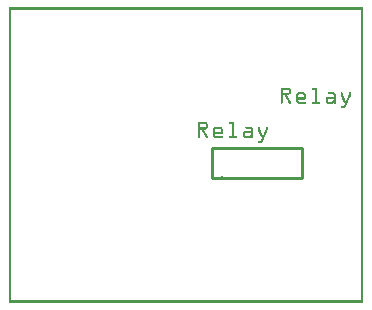
<source format=gto>
G04 MADE WITH FRITZING*
G04 WWW.FRITZING.ORG*
G04 DOUBLE SIDED*
G04 HOLES PLATED*
G04 CONTOUR ON CENTER OF CONTOUR VECTOR*
%ASAXBY*%
%FSLAX23Y23*%
%MOIN*%
%OFA0B0*%
%SFA1.0B1.0*%
%ADD10C,0.010000*%
%ADD11R,0.001000X0.001000*%
%LNSILK1*%
G90*
G70*
G54D10*
X678Y417D02*
X978Y417D01*
D02*
X978Y417D02*
X978Y517D01*
D02*
X978Y517D02*
X678Y517D01*
D02*
X678Y517D02*
X678Y417D01*
G54D11*
X0Y984D02*
X1180Y984D01*
X0Y983D02*
X1180Y983D01*
X0Y982D02*
X1180Y982D01*
X0Y981D02*
X1180Y981D01*
X0Y980D02*
X1180Y980D01*
X0Y979D02*
X1180Y979D01*
X0Y978D02*
X1180Y978D01*
X0Y977D02*
X1180Y977D01*
X0Y976D02*
X7Y976D01*
X1173Y976D02*
X1180Y976D01*
X0Y975D02*
X7Y975D01*
X1173Y975D02*
X1180Y975D01*
X0Y974D02*
X7Y974D01*
X1173Y974D02*
X1180Y974D01*
X0Y973D02*
X7Y973D01*
X1173Y973D02*
X1180Y973D01*
X0Y972D02*
X7Y972D01*
X1173Y972D02*
X1180Y972D01*
X0Y971D02*
X7Y971D01*
X1173Y971D02*
X1180Y971D01*
X0Y970D02*
X7Y970D01*
X1173Y970D02*
X1180Y970D01*
X0Y969D02*
X7Y969D01*
X1173Y969D02*
X1180Y969D01*
X0Y968D02*
X7Y968D01*
X1173Y968D02*
X1180Y968D01*
X0Y967D02*
X7Y967D01*
X1173Y967D02*
X1180Y967D01*
X0Y966D02*
X7Y966D01*
X1173Y966D02*
X1180Y966D01*
X0Y965D02*
X7Y965D01*
X1173Y965D02*
X1180Y965D01*
X0Y964D02*
X7Y964D01*
X1173Y964D02*
X1180Y964D01*
X0Y963D02*
X7Y963D01*
X1173Y963D02*
X1180Y963D01*
X0Y962D02*
X7Y962D01*
X1173Y962D02*
X1180Y962D01*
X0Y961D02*
X7Y961D01*
X1173Y961D02*
X1180Y961D01*
X0Y960D02*
X7Y960D01*
X1173Y960D02*
X1180Y960D01*
X0Y959D02*
X7Y959D01*
X1173Y959D02*
X1180Y959D01*
X0Y958D02*
X7Y958D01*
X1173Y958D02*
X1180Y958D01*
X0Y957D02*
X7Y957D01*
X1173Y957D02*
X1180Y957D01*
X0Y956D02*
X7Y956D01*
X1173Y956D02*
X1180Y956D01*
X0Y955D02*
X7Y955D01*
X1173Y955D02*
X1180Y955D01*
X0Y954D02*
X7Y954D01*
X1173Y954D02*
X1180Y954D01*
X0Y953D02*
X7Y953D01*
X1173Y953D02*
X1180Y953D01*
X0Y952D02*
X7Y952D01*
X1173Y952D02*
X1180Y952D01*
X0Y951D02*
X7Y951D01*
X1173Y951D02*
X1180Y951D01*
X0Y950D02*
X7Y950D01*
X1173Y950D02*
X1180Y950D01*
X0Y949D02*
X7Y949D01*
X1173Y949D02*
X1180Y949D01*
X0Y948D02*
X7Y948D01*
X1173Y948D02*
X1180Y948D01*
X0Y947D02*
X7Y947D01*
X1173Y947D02*
X1180Y947D01*
X0Y946D02*
X7Y946D01*
X1173Y946D02*
X1180Y946D01*
X0Y945D02*
X7Y945D01*
X1173Y945D02*
X1180Y945D01*
X0Y944D02*
X7Y944D01*
X1173Y944D02*
X1180Y944D01*
X0Y943D02*
X7Y943D01*
X1173Y943D02*
X1180Y943D01*
X0Y942D02*
X7Y942D01*
X1173Y942D02*
X1180Y942D01*
X0Y941D02*
X7Y941D01*
X1173Y941D02*
X1180Y941D01*
X0Y940D02*
X7Y940D01*
X1173Y940D02*
X1180Y940D01*
X0Y939D02*
X7Y939D01*
X1173Y939D02*
X1180Y939D01*
X0Y938D02*
X7Y938D01*
X1173Y938D02*
X1180Y938D01*
X0Y937D02*
X7Y937D01*
X1173Y937D02*
X1180Y937D01*
X0Y936D02*
X7Y936D01*
X1173Y936D02*
X1180Y936D01*
X0Y935D02*
X7Y935D01*
X1173Y935D02*
X1180Y935D01*
X0Y934D02*
X7Y934D01*
X1173Y934D02*
X1180Y934D01*
X0Y933D02*
X7Y933D01*
X1173Y933D02*
X1180Y933D01*
X0Y932D02*
X7Y932D01*
X1173Y932D02*
X1180Y932D01*
X0Y931D02*
X7Y931D01*
X1173Y931D02*
X1180Y931D01*
X0Y930D02*
X7Y930D01*
X1173Y930D02*
X1180Y930D01*
X0Y929D02*
X7Y929D01*
X1173Y929D02*
X1180Y929D01*
X0Y928D02*
X7Y928D01*
X1173Y928D02*
X1180Y928D01*
X0Y927D02*
X7Y927D01*
X1173Y927D02*
X1180Y927D01*
X0Y926D02*
X7Y926D01*
X1173Y926D02*
X1180Y926D01*
X0Y925D02*
X7Y925D01*
X1173Y925D02*
X1180Y925D01*
X0Y924D02*
X7Y924D01*
X1173Y924D02*
X1180Y924D01*
X0Y923D02*
X7Y923D01*
X1173Y923D02*
X1180Y923D01*
X0Y922D02*
X7Y922D01*
X1173Y922D02*
X1180Y922D01*
X0Y921D02*
X7Y921D01*
X1173Y921D02*
X1180Y921D01*
X0Y920D02*
X7Y920D01*
X1173Y920D02*
X1180Y920D01*
X0Y919D02*
X7Y919D01*
X1173Y919D02*
X1180Y919D01*
X0Y918D02*
X7Y918D01*
X1173Y918D02*
X1180Y918D01*
X0Y917D02*
X7Y917D01*
X1173Y917D02*
X1180Y917D01*
X0Y916D02*
X7Y916D01*
X1173Y916D02*
X1180Y916D01*
X0Y915D02*
X7Y915D01*
X1173Y915D02*
X1180Y915D01*
X0Y914D02*
X7Y914D01*
X1173Y914D02*
X1180Y914D01*
X0Y913D02*
X7Y913D01*
X1173Y913D02*
X1180Y913D01*
X0Y912D02*
X7Y912D01*
X1173Y912D02*
X1180Y912D01*
X0Y911D02*
X7Y911D01*
X1173Y911D02*
X1180Y911D01*
X0Y910D02*
X7Y910D01*
X1173Y910D02*
X1180Y910D01*
X0Y909D02*
X7Y909D01*
X1173Y909D02*
X1180Y909D01*
X0Y908D02*
X7Y908D01*
X1173Y908D02*
X1180Y908D01*
X0Y907D02*
X7Y907D01*
X1173Y907D02*
X1180Y907D01*
X0Y906D02*
X7Y906D01*
X1173Y906D02*
X1180Y906D01*
X0Y905D02*
X7Y905D01*
X1173Y905D02*
X1180Y905D01*
X0Y904D02*
X7Y904D01*
X1173Y904D02*
X1180Y904D01*
X0Y903D02*
X7Y903D01*
X1173Y903D02*
X1180Y903D01*
X0Y902D02*
X7Y902D01*
X1173Y902D02*
X1180Y902D01*
X0Y901D02*
X7Y901D01*
X1173Y901D02*
X1180Y901D01*
X0Y900D02*
X7Y900D01*
X1173Y900D02*
X1180Y900D01*
X0Y899D02*
X7Y899D01*
X1173Y899D02*
X1180Y899D01*
X0Y898D02*
X7Y898D01*
X1173Y898D02*
X1180Y898D01*
X0Y897D02*
X7Y897D01*
X1173Y897D02*
X1180Y897D01*
X0Y896D02*
X7Y896D01*
X1173Y896D02*
X1180Y896D01*
X0Y895D02*
X7Y895D01*
X1173Y895D02*
X1180Y895D01*
X0Y894D02*
X7Y894D01*
X1173Y894D02*
X1180Y894D01*
X0Y893D02*
X7Y893D01*
X1173Y893D02*
X1180Y893D01*
X0Y892D02*
X7Y892D01*
X1173Y892D02*
X1180Y892D01*
X0Y891D02*
X7Y891D01*
X1173Y891D02*
X1180Y891D01*
X0Y890D02*
X7Y890D01*
X1173Y890D02*
X1180Y890D01*
X0Y889D02*
X7Y889D01*
X1173Y889D02*
X1180Y889D01*
X0Y888D02*
X7Y888D01*
X1173Y888D02*
X1180Y888D01*
X0Y887D02*
X7Y887D01*
X1173Y887D02*
X1180Y887D01*
X0Y886D02*
X7Y886D01*
X1173Y886D02*
X1180Y886D01*
X0Y885D02*
X7Y885D01*
X1173Y885D02*
X1180Y885D01*
X0Y884D02*
X7Y884D01*
X1173Y884D02*
X1180Y884D01*
X0Y883D02*
X7Y883D01*
X1173Y883D02*
X1180Y883D01*
X0Y882D02*
X7Y882D01*
X1173Y882D02*
X1180Y882D01*
X0Y881D02*
X7Y881D01*
X1173Y881D02*
X1180Y881D01*
X0Y880D02*
X7Y880D01*
X1173Y880D02*
X1180Y880D01*
X0Y879D02*
X7Y879D01*
X1173Y879D02*
X1180Y879D01*
X0Y878D02*
X7Y878D01*
X1173Y878D02*
X1180Y878D01*
X0Y877D02*
X7Y877D01*
X1173Y877D02*
X1180Y877D01*
X0Y876D02*
X7Y876D01*
X1173Y876D02*
X1180Y876D01*
X0Y875D02*
X7Y875D01*
X1173Y875D02*
X1180Y875D01*
X0Y874D02*
X7Y874D01*
X1173Y874D02*
X1180Y874D01*
X0Y873D02*
X7Y873D01*
X1173Y873D02*
X1180Y873D01*
X0Y872D02*
X7Y872D01*
X1173Y872D02*
X1180Y872D01*
X0Y871D02*
X7Y871D01*
X1173Y871D02*
X1180Y871D01*
X0Y870D02*
X7Y870D01*
X1173Y870D02*
X1180Y870D01*
X0Y869D02*
X7Y869D01*
X1173Y869D02*
X1180Y869D01*
X0Y868D02*
X7Y868D01*
X1173Y868D02*
X1180Y868D01*
X0Y867D02*
X7Y867D01*
X1173Y867D02*
X1180Y867D01*
X0Y866D02*
X7Y866D01*
X1173Y866D02*
X1180Y866D01*
X0Y865D02*
X7Y865D01*
X1173Y865D02*
X1180Y865D01*
X0Y864D02*
X7Y864D01*
X1173Y864D02*
X1180Y864D01*
X0Y863D02*
X7Y863D01*
X1173Y863D02*
X1180Y863D01*
X0Y862D02*
X7Y862D01*
X1173Y862D02*
X1180Y862D01*
X0Y861D02*
X7Y861D01*
X1173Y861D02*
X1180Y861D01*
X0Y860D02*
X7Y860D01*
X1173Y860D02*
X1180Y860D01*
X0Y859D02*
X7Y859D01*
X1173Y859D02*
X1180Y859D01*
X0Y858D02*
X7Y858D01*
X1173Y858D02*
X1180Y858D01*
X0Y857D02*
X7Y857D01*
X1173Y857D02*
X1180Y857D01*
X0Y856D02*
X7Y856D01*
X1173Y856D02*
X1180Y856D01*
X0Y855D02*
X7Y855D01*
X1173Y855D02*
X1180Y855D01*
X0Y854D02*
X7Y854D01*
X1173Y854D02*
X1180Y854D01*
X0Y853D02*
X7Y853D01*
X1173Y853D02*
X1180Y853D01*
X0Y852D02*
X7Y852D01*
X1173Y852D02*
X1180Y852D01*
X0Y851D02*
X7Y851D01*
X1173Y851D02*
X1180Y851D01*
X0Y850D02*
X7Y850D01*
X1173Y850D02*
X1180Y850D01*
X0Y849D02*
X7Y849D01*
X1173Y849D02*
X1180Y849D01*
X0Y848D02*
X7Y848D01*
X1173Y848D02*
X1180Y848D01*
X0Y847D02*
X7Y847D01*
X1173Y847D02*
X1180Y847D01*
X0Y846D02*
X7Y846D01*
X1173Y846D02*
X1180Y846D01*
X0Y845D02*
X7Y845D01*
X1173Y845D02*
X1180Y845D01*
X0Y844D02*
X7Y844D01*
X1173Y844D02*
X1180Y844D01*
X0Y843D02*
X7Y843D01*
X1173Y843D02*
X1180Y843D01*
X0Y842D02*
X7Y842D01*
X1173Y842D02*
X1180Y842D01*
X0Y841D02*
X7Y841D01*
X1173Y841D02*
X1180Y841D01*
X0Y840D02*
X7Y840D01*
X1173Y840D02*
X1180Y840D01*
X0Y839D02*
X7Y839D01*
X1173Y839D02*
X1180Y839D01*
X0Y838D02*
X7Y838D01*
X1173Y838D02*
X1180Y838D01*
X0Y837D02*
X7Y837D01*
X1173Y837D02*
X1180Y837D01*
X0Y836D02*
X7Y836D01*
X1173Y836D02*
X1180Y836D01*
X0Y835D02*
X7Y835D01*
X1173Y835D02*
X1180Y835D01*
X0Y834D02*
X7Y834D01*
X1173Y834D02*
X1180Y834D01*
X0Y833D02*
X7Y833D01*
X1173Y833D02*
X1180Y833D01*
X0Y832D02*
X7Y832D01*
X1173Y832D02*
X1180Y832D01*
X0Y831D02*
X7Y831D01*
X1173Y831D02*
X1180Y831D01*
X0Y830D02*
X7Y830D01*
X1173Y830D02*
X1180Y830D01*
X0Y829D02*
X7Y829D01*
X1173Y829D02*
X1180Y829D01*
X0Y828D02*
X7Y828D01*
X1173Y828D02*
X1180Y828D01*
X0Y827D02*
X7Y827D01*
X1173Y827D02*
X1180Y827D01*
X0Y826D02*
X7Y826D01*
X1173Y826D02*
X1180Y826D01*
X0Y825D02*
X7Y825D01*
X1173Y825D02*
X1180Y825D01*
X0Y824D02*
X7Y824D01*
X1173Y824D02*
X1180Y824D01*
X0Y823D02*
X7Y823D01*
X1173Y823D02*
X1180Y823D01*
X0Y822D02*
X7Y822D01*
X1173Y822D02*
X1180Y822D01*
X0Y821D02*
X7Y821D01*
X1173Y821D02*
X1180Y821D01*
X0Y820D02*
X7Y820D01*
X1173Y820D02*
X1180Y820D01*
X0Y819D02*
X7Y819D01*
X1173Y819D02*
X1180Y819D01*
X0Y818D02*
X7Y818D01*
X1173Y818D02*
X1180Y818D01*
X0Y817D02*
X7Y817D01*
X1173Y817D02*
X1180Y817D01*
X0Y816D02*
X7Y816D01*
X1173Y816D02*
X1180Y816D01*
X0Y815D02*
X7Y815D01*
X1173Y815D02*
X1180Y815D01*
X0Y814D02*
X7Y814D01*
X1173Y814D02*
X1180Y814D01*
X0Y813D02*
X7Y813D01*
X1173Y813D02*
X1180Y813D01*
X0Y812D02*
X7Y812D01*
X1173Y812D02*
X1180Y812D01*
X0Y811D02*
X7Y811D01*
X1173Y811D02*
X1180Y811D01*
X0Y810D02*
X7Y810D01*
X1173Y810D02*
X1180Y810D01*
X0Y809D02*
X7Y809D01*
X1173Y809D02*
X1180Y809D01*
X0Y808D02*
X7Y808D01*
X1173Y808D02*
X1180Y808D01*
X0Y807D02*
X7Y807D01*
X1173Y807D02*
X1180Y807D01*
X0Y806D02*
X7Y806D01*
X1173Y806D02*
X1180Y806D01*
X0Y805D02*
X7Y805D01*
X1173Y805D02*
X1180Y805D01*
X0Y804D02*
X7Y804D01*
X1173Y804D02*
X1180Y804D01*
X0Y803D02*
X7Y803D01*
X1173Y803D02*
X1180Y803D01*
X0Y802D02*
X7Y802D01*
X1173Y802D02*
X1180Y802D01*
X0Y801D02*
X7Y801D01*
X1173Y801D02*
X1180Y801D01*
X0Y800D02*
X7Y800D01*
X1173Y800D02*
X1180Y800D01*
X0Y799D02*
X7Y799D01*
X1173Y799D02*
X1180Y799D01*
X0Y798D02*
X7Y798D01*
X1173Y798D02*
X1180Y798D01*
X0Y797D02*
X7Y797D01*
X1173Y797D02*
X1180Y797D01*
X0Y796D02*
X7Y796D01*
X1173Y796D02*
X1180Y796D01*
X0Y795D02*
X7Y795D01*
X1173Y795D02*
X1180Y795D01*
X0Y794D02*
X7Y794D01*
X1173Y794D02*
X1180Y794D01*
X0Y793D02*
X7Y793D01*
X1173Y793D02*
X1180Y793D01*
X0Y792D02*
X7Y792D01*
X1173Y792D02*
X1180Y792D01*
X0Y791D02*
X7Y791D01*
X1173Y791D02*
X1180Y791D01*
X0Y790D02*
X7Y790D01*
X1173Y790D02*
X1180Y790D01*
X0Y789D02*
X7Y789D01*
X1173Y789D02*
X1180Y789D01*
X0Y788D02*
X7Y788D01*
X1173Y788D02*
X1180Y788D01*
X0Y787D02*
X7Y787D01*
X1173Y787D02*
X1180Y787D01*
X0Y786D02*
X7Y786D01*
X1173Y786D02*
X1180Y786D01*
X0Y785D02*
X7Y785D01*
X1173Y785D02*
X1180Y785D01*
X0Y784D02*
X7Y784D01*
X1173Y784D02*
X1180Y784D01*
X0Y783D02*
X7Y783D01*
X1173Y783D02*
X1180Y783D01*
X0Y782D02*
X7Y782D01*
X1173Y782D02*
X1180Y782D01*
X0Y781D02*
X7Y781D01*
X1173Y781D02*
X1180Y781D01*
X0Y780D02*
X7Y780D01*
X1173Y780D02*
X1180Y780D01*
X0Y779D02*
X7Y779D01*
X1173Y779D02*
X1180Y779D01*
X0Y778D02*
X7Y778D01*
X1173Y778D02*
X1180Y778D01*
X0Y777D02*
X7Y777D01*
X1173Y777D02*
X1180Y777D01*
X0Y776D02*
X7Y776D01*
X1173Y776D02*
X1180Y776D01*
X0Y775D02*
X7Y775D01*
X1173Y775D02*
X1180Y775D01*
X0Y774D02*
X7Y774D01*
X1173Y774D02*
X1180Y774D01*
X0Y773D02*
X7Y773D01*
X1173Y773D02*
X1180Y773D01*
X0Y772D02*
X7Y772D01*
X1173Y772D02*
X1180Y772D01*
X0Y771D02*
X7Y771D01*
X1173Y771D02*
X1180Y771D01*
X0Y770D02*
X7Y770D01*
X1173Y770D02*
X1180Y770D01*
X0Y769D02*
X7Y769D01*
X1173Y769D02*
X1180Y769D01*
X0Y768D02*
X7Y768D01*
X1173Y768D02*
X1180Y768D01*
X0Y767D02*
X7Y767D01*
X1173Y767D02*
X1180Y767D01*
X0Y766D02*
X7Y766D01*
X1173Y766D02*
X1180Y766D01*
X0Y765D02*
X7Y765D01*
X1173Y765D02*
X1180Y765D01*
X0Y764D02*
X7Y764D01*
X1173Y764D02*
X1180Y764D01*
X0Y763D02*
X7Y763D01*
X1173Y763D02*
X1180Y763D01*
X0Y762D02*
X7Y762D01*
X1173Y762D02*
X1180Y762D01*
X0Y761D02*
X7Y761D01*
X1173Y761D02*
X1180Y761D01*
X0Y760D02*
X7Y760D01*
X1173Y760D02*
X1180Y760D01*
X0Y759D02*
X7Y759D01*
X1173Y759D02*
X1180Y759D01*
X0Y758D02*
X7Y758D01*
X1173Y758D02*
X1180Y758D01*
X0Y757D02*
X7Y757D01*
X1173Y757D02*
X1180Y757D01*
X0Y756D02*
X7Y756D01*
X1173Y756D02*
X1180Y756D01*
X0Y755D02*
X7Y755D01*
X1173Y755D02*
X1180Y755D01*
X0Y754D02*
X7Y754D01*
X1173Y754D02*
X1180Y754D01*
X0Y753D02*
X7Y753D01*
X1173Y753D02*
X1180Y753D01*
X0Y752D02*
X7Y752D01*
X1173Y752D02*
X1180Y752D01*
X0Y751D02*
X7Y751D01*
X1173Y751D02*
X1180Y751D01*
X0Y750D02*
X7Y750D01*
X1173Y750D02*
X1180Y750D01*
X0Y749D02*
X7Y749D01*
X1173Y749D02*
X1180Y749D01*
X0Y748D02*
X7Y748D01*
X1173Y748D02*
X1180Y748D01*
X0Y747D02*
X7Y747D01*
X1173Y747D02*
X1180Y747D01*
X0Y746D02*
X7Y746D01*
X1173Y746D02*
X1180Y746D01*
X0Y745D02*
X7Y745D01*
X1173Y745D02*
X1180Y745D01*
X0Y744D02*
X7Y744D01*
X1173Y744D02*
X1180Y744D01*
X0Y743D02*
X7Y743D01*
X1173Y743D02*
X1180Y743D01*
X0Y742D02*
X7Y742D01*
X1173Y742D02*
X1180Y742D01*
X0Y741D02*
X7Y741D01*
X1173Y741D02*
X1180Y741D01*
X0Y740D02*
X7Y740D01*
X1173Y740D02*
X1180Y740D01*
X0Y739D02*
X7Y739D01*
X1173Y739D02*
X1180Y739D01*
X0Y738D02*
X7Y738D01*
X1173Y738D02*
X1180Y738D01*
X0Y737D02*
X7Y737D01*
X1173Y737D02*
X1180Y737D01*
X0Y736D02*
X7Y736D01*
X1173Y736D02*
X1180Y736D01*
X0Y735D02*
X7Y735D01*
X1173Y735D02*
X1180Y735D01*
X0Y734D02*
X7Y734D01*
X1173Y734D02*
X1180Y734D01*
X0Y733D02*
X7Y733D01*
X1173Y733D02*
X1180Y733D01*
X0Y732D02*
X7Y732D01*
X1173Y732D02*
X1180Y732D01*
X0Y731D02*
X7Y731D01*
X1173Y731D02*
X1180Y731D01*
X0Y730D02*
X7Y730D01*
X1173Y730D02*
X1180Y730D01*
X0Y729D02*
X7Y729D01*
X1173Y729D02*
X1180Y729D01*
X0Y728D02*
X7Y728D01*
X1173Y728D02*
X1180Y728D01*
X0Y727D02*
X7Y727D01*
X1173Y727D02*
X1180Y727D01*
X0Y726D02*
X7Y726D01*
X1173Y726D02*
X1180Y726D01*
X0Y725D02*
X7Y725D01*
X1173Y725D02*
X1180Y725D01*
X0Y724D02*
X7Y724D01*
X1173Y724D02*
X1180Y724D01*
X0Y723D02*
X7Y723D01*
X1173Y723D02*
X1180Y723D01*
X0Y722D02*
X7Y722D01*
X1173Y722D02*
X1180Y722D01*
X0Y721D02*
X7Y721D01*
X1173Y721D02*
X1180Y721D01*
X0Y720D02*
X7Y720D01*
X1173Y720D02*
X1180Y720D01*
X0Y719D02*
X7Y719D01*
X1173Y719D02*
X1180Y719D01*
X0Y718D02*
X7Y718D01*
X1173Y718D02*
X1180Y718D01*
X0Y717D02*
X7Y717D01*
X906Y717D02*
X931Y717D01*
X1012Y717D02*
X1023Y717D01*
X1173Y717D02*
X1180Y717D01*
X0Y716D02*
X7Y716D01*
X906Y716D02*
X934Y716D01*
X1010Y716D02*
X1025Y716D01*
X1173Y716D02*
X1180Y716D01*
X0Y715D02*
X7Y715D01*
X906Y715D02*
X935Y715D01*
X1010Y715D02*
X1025Y715D01*
X1173Y715D02*
X1180Y715D01*
X0Y714D02*
X7Y714D01*
X906Y714D02*
X936Y714D01*
X1009Y714D02*
X1026Y714D01*
X1173Y714D02*
X1180Y714D01*
X0Y713D02*
X7Y713D01*
X906Y713D02*
X937Y713D01*
X1009Y713D02*
X1026Y713D01*
X1173Y713D02*
X1180Y713D01*
X0Y712D02*
X7Y712D01*
X906Y712D02*
X938Y712D01*
X1010Y712D02*
X1026Y712D01*
X1173Y712D02*
X1180Y712D01*
X0Y711D02*
X7Y711D01*
X906Y711D02*
X939Y711D01*
X1011Y711D02*
X1026Y711D01*
X1173Y711D02*
X1180Y711D01*
X0Y710D02*
X7Y710D01*
X906Y710D02*
X912Y710D01*
X931Y710D02*
X939Y710D01*
X1020Y710D02*
X1026Y710D01*
X1173Y710D02*
X1180Y710D01*
X0Y709D02*
X7Y709D01*
X906Y709D02*
X912Y709D01*
X933Y709D02*
X939Y709D01*
X1020Y709D02*
X1026Y709D01*
X1173Y709D02*
X1180Y709D01*
X0Y708D02*
X7Y708D01*
X906Y708D02*
X912Y708D01*
X933Y708D02*
X939Y708D01*
X1020Y708D02*
X1026Y708D01*
X1173Y708D02*
X1180Y708D01*
X0Y707D02*
X7Y707D01*
X906Y707D02*
X912Y707D01*
X933Y707D02*
X940Y707D01*
X1020Y707D02*
X1026Y707D01*
X1173Y707D02*
X1180Y707D01*
X0Y706D02*
X7Y706D01*
X906Y706D02*
X912Y706D01*
X934Y706D02*
X940Y706D01*
X1020Y706D02*
X1026Y706D01*
X1173Y706D02*
X1180Y706D01*
X0Y705D02*
X7Y705D01*
X906Y705D02*
X912Y705D01*
X934Y705D02*
X940Y705D01*
X1020Y705D02*
X1026Y705D01*
X1173Y705D02*
X1180Y705D01*
X0Y704D02*
X7Y704D01*
X906Y704D02*
X912Y704D01*
X934Y704D02*
X940Y704D01*
X1020Y704D02*
X1026Y704D01*
X1173Y704D02*
X1180Y704D01*
X0Y703D02*
X7Y703D01*
X906Y703D02*
X912Y703D01*
X933Y703D02*
X940Y703D01*
X1020Y703D02*
X1026Y703D01*
X1173Y703D02*
X1180Y703D01*
X0Y702D02*
X7Y702D01*
X906Y702D02*
X912Y702D01*
X933Y702D02*
X939Y702D01*
X966Y702D02*
X980Y702D01*
X1020Y702D02*
X1026Y702D01*
X1065Y702D02*
X1081Y702D01*
X1108Y702D02*
X1110Y702D01*
X1135Y702D02*
X1138Y702D01*
X1173Y702D02*
X1180Y702D01*
X0Y701D02*
X7Y701D01*
X906Y701D02*
X912Y701D01*
X933Y701D02*
X939Y701D01*
X963Y701D02*
X982Y701D01*
X1020Y701D02*
X1026Y701D01*
X1063Y701D02*
X1084Y701D01*
X1107Y701D02*
X1111Y701D01*
X1134Y701D02*
X1139Y701D01*
X1173Y701D02*
X1180Y701D01*
X0Y700D02*
X7Y700D01*
X906Y700D02*
X912Y700D01*
X932Y700D02*
X939Y700D01*
X962Y700D02*
X983Y700D01*
X1020Y700D02*
X1026Y700D01*
X1063Y700D02*
X1085Y700D01*
X1106Y700D02*
X1112Y700D01*
X1134Y700D02*
X1139Y700D01*
X1173Y700D02*
X1180Y700D01*
X0Y699D02*
X7Y699D01*
X906Y699D02*
X939Y699D01*
X961Y699D02*
X985Y699D01*
X1020Y699D02*
X1026Y699D01*
X1063Y699D02*
X1086Y699D01*
X1106Y699D02*
X1112Y699D01*
X1133Y699D02*
X1139Y699D01*
X1173Y699D02*
X1180Y699D01*
X0Y698D02*
X7Y698D01*
X906Y698D02*
X938Y698D01*
X960Y698D02*
X986Y698D01*
X1020Y698D02*
X1026Y698D01*
X1063Y698D02*
X1087Y698D01*
X1106Y698D02*
X1112Y698D01*
X1133Y698D02*
X1140Y698D01*
X1173Y698D02*
X1180Y698D01*
X0Y697D02*
X7Y697D01*
X906Y697D02*
X938Y697D01*
X959Y697D02*
X987Y697D01*
X1020Y697D02*
X1026Y697D01*
X1063Y697D02*
X1087Y697D01*
X1106Y697D02*
X1112Y697D01*
X1133Y697D02*
X1140Y697D01*
X1173Y697D02*
X1180Y697D01*
X0Y696D02*
X7Y696D01*
X906Y696D02*
X937Y696D01*
X958Y696D02*
X988Y696D01*
X1020Y696D02*
X1026Y696D01*
X1065Y696D02*
X1088Y696D01*
X1106Y696D02*
X1112Y696D01*
X1133Y696D02*
X1140Y696D01*
X1173Y696D02*
X1180Y696D01*
X0Y695D02*
X7Y695D01*
X906Y695D02*
X936Y695D01*
X957Y695D02*
X966Y695D01*
X979Y695D02*
X988Y695D01*
X1020Y695D02*
X1026Y695D01*
X1081Y695D02*
X1088Y695D01*
X1106Y695D02*
X1112Y695D01*
X1133Y695D02*
X1140Y695D01*
X1173Y695D02*
X1180Y695D01*
X0Y694D02*
X7Y694D01*
X906Y694D02*
X934Y694D01*
X957Y694D02*
X965Y694D01*
X981Y694D02*
X989Y694D01*
X1020Y694D02*
X1026Y694D01*
X1082Y694D02*
X1088Y694D01*
X1106Y694D02*
X1112Y694D01*
X1133Y694D02*
X1140Y694D01*
X1173Y694D02*
X1180Y694D01*
X0Y693D02*
X7Y693D01*
X906Y693D02*
X932Y693D01*
X956Y693D02*
X964Y693D01*
X982Y693D02*
X989Y693D01*
X1020Y693D02*
X1026Y693D01*
X1082Y693D02*
X1089Y693D01*
X1106Y693D02*
X1112Y693D01*
X1133Y693D02*
X1139Y693D01*
X1173Y693D02*
X1180Y693D01*
X0Y692D02*
X7Y692D01*
X906Y692D02*
X912Y692D01*
X918Y692D02*
X925Y692D01*
X956Y692D02*
X963Y692D01*
X983Y692D02*
X989Y692D01*
X1020Y692D02*
X1026Y692D01*
X1082Y692D02*
X1089Y692D01*
X1106Y692D02*
X1113Y692D01*
X1133Y692D02*
X1139Y692D01*
X1173Y692D02*
X1180Y692D01*
X0Y691D02*
X7Y691D01*
X906Y691D02*
X912Y691D01*
X919Y691D02*
X926Y691D01*
X956Y691D02*
X962Y691D01*
X983Y691D02*
X989Y691D01*
X1020Y691D02*
X1026Y691D01*
X1083Y691D02*
X1089Y691D01*
X1107Y691D02*
X1113Y691D01*
X1132Y691D02*
X1139Y691D01*
X1173Y691D02*
X1180Y691D01*
X0Y690D02*
X7Y690D01*
X906Y690D02*
X912Y690D01*
X919Y690D02*
X926Y690D01*
X956Y690D02*
X962Y690D01*
X983Y690D02*
X990Y690D01*
X1020Y690D02*
X1026Y690D01*
X1083Y690D02*
X1089Y690D01*
X1107Y690D02*
X1114Y690D01*
X1132Y690D02*
X1138Y690D01*
X1173Y690D02*
X1180Y690D01*
X0Y689D02*
X7Y689D01*
X906Y689D02*
X912Y689D01*
X920Y689D02*
X927Y689D01*
X956Y689D02*
X962Y689D01*
X984Y689D02*
X990Y689D01*
X1020Y689D02*
X1026Y689D01*
X1083Y689D02*
X1089Y689D01*
X1107Y689D02*
X1114Y689D01*
X1131Y689D02*
X1138Y689D01*
X1173Y689D02*
X1180Y689D01*
X0Y688D02*
X7Y688D01*
X906Y688D02*
X912Y688D01*
X920Y688D02*
X928Y688D01*
X956Y688D02*
X962Y688D01*
X984Y688D02*
X990Y688D01*
X1020Y688D02*
X1026Y688D01*
X1083Y688D02*
X1089Y688D01*
X1108Y688D02*
X1115Y688D01*
X1131Y688D02*
X1138Y688D01*
X1173Y688D02*
X1180Y688D01*
X0Y687D02*
X7Y687D01*
X906Y687D02*
X912Y687D01*
X921Y687D02*
X928Y687D01*
X956Y687D02*
X962Y687D01*
X984Y687D02*
X990Y687D01*
X1020Y687D02*
X1026Y687D01*
X1062Y687D02*
X1089Y687D01*
X1108Y687D02*
X1115Y687D01*
X1130Y687D02*
X1137Y687D01*
X1173Y687D02*
X1180Y687D01*
X0Y686D02*
X7Y686D01*
X906Y686D02*
X912Y686D01*
X922Y686D02*
X929Y686D01*
X956Y686D02*
X962Y686D01*
X984Y686D02*
X990Y686D01*
X1020Y686D02*
X1026Y686D01*
X1061Y686D02*
X1089Y686D01*
X1109Y686D02*
X1115Y686D01*
X1130Y686D02*
X1137Y686D01*
X1173Y686D02*
X1180Y686D01*
X0Y685D02*
X7Y685D01*
X906Y685D02*
X912Y685D01*
X922Y685D02*
X929Y685D01*
X956Y685D02*
X962Y685D01*
X983Y685D02*
X990Y685D01*
X1020Y685D02*
X1026Y685D01*
X1059Y685D02*
X1089Y685D01*
X1109Y685D02*
X1116Y685D01*
X1130Y685D02*
X1136Y685D01*
X1173Y685D02*
X1180Y685D01*
X0Y684D02*
X7Y684D01*
X906Y684D02*
X912Y684D01*
X923Y684D02*
X930Y684D01*
X956Y684D02*
X990Y684D01*
X1020Y684D02*
X1026Y684D01*
X1058Y684D02*
X1089Y684D01*
X1110Y684D02*
X1116Y684D01*
X1129Y684D02*
X1136Y684D01*
X1173Y684D02*
X1180Y684D01*
X0Y683D02*
X7Y683D01*
X906Y683D02*
X912Y683D01*
X923Y683D02*
X931Y683D01*
X956Y683D02*
X990Y683D01*
X1020Y683D02*
X1026Y683D01*
X1058Y683D02*
X1089Y683D01*
X1110Y683D02*
X1117Y683D01*
X1129Y683D02*
X1135Y683D01*
X1173Y683D02*
X1180Y683D01*
X0Y682D02*
X7Y682D01*
X906Y682D02*
X912Y682D01*
X924Y682D02*
X931Y682D01*
X956Y682D02*
X990Y682D01*
X1020Y682D02*
X1026Y682D01*
X1057Y682D02*
X1089Y682D01*
X1110Y682D02*
X1117Y682D01*
X1128Y682D02*
X1135Y682D01*
X1173Y682D02*
X1180Y682D01*
X0Y681D02*
X7Y681D01*
X906Y681D02*
X912Y681D01*
X924Y681D02*
X932Y681D01*
X956Y681D02*
X989Y681D01*
X1020Y681D02*
X1026Y681D01*
X1057Y681D02*
X1089Y681D01*
X1111Y681D02*
X1118Y681D01*
X1128Y681D02*
X1134Y681D01*
X1173Y681D02*
X1180Y681D01*
X0Y680D02*
X7Y680D01*
X906Y680D02*
X912Y680D01*
X925Y680D02*
X932Y680D01*
X956Y680D02*
X989Y680D01*
X1020Y680D02*
X1026Y680D01*
X1056Y680D02*
X1063Y680D01*
X1082Y680D02*
X1089Y680D01*
X1111Y680D02*
X1118Y680D01*
X1127Y680D02*
X1134Y680D01*
X1173Y680D02*
X1180Y680D01*
X0Y679D02*
X7Y679D01*
X906Y679D02*
X912Y679D01*
X926Y679D02*
X933Y679D01*
X956Y679D02*
X989Y679D01*
X1020Y679D02*
X1026Y679D01*
X1056Y679D02*
X1062Y679D01*
X1083Y679D02*
X1089Y679D01*
X1112Y679D02*
X1118Y679D01*
X1127Y679D02*
X1134Y679D01*
X1173Y679D02*
X1180Y679D01*
X0Y678D02*
X7Y678D01*
X906Y678D02*
X912Y678D01*
X926Y678D02*
X933Y678D01*
X956Y678D02*
X987Y678D01*
X1020Y678D02*
X1026Y678D01*
X1056Y678D02*
X1062Y678D01*
X1083Y678D02*
X1089Y678D01*
X1112Y678D02*
X1119Y678D01*
X1126Y678D02*
X1133Y678D01*
X1173Y678D02*
X1180Y678D01*
X0Y677D02*
X7Y677D01*
X906Y677D02*
X912Y677D01*
X927Y677D02*
X934Y677D01*
X956Y677D02*
X962Y677D01*
X1020Y677D02*
X1026Y677D01*
X1056Y677D02*
X1062Y677D01*
X1083Y677D02*
X1089Y677D01*
X1113Y677D02*
X1119Y677D01*
X1126Y677D02*
X1133Y677D01*
X1173Y677D02*
X1180Y677D01*
X0Y676D02*
X7Y676D01*
X906Y676D02*
X912Y676D01*
X927Y676D02*
X935Y676D01*
X956Y676D02*
X962Y676D01*
X1020Y676D02*
X1026Y676D01*
X1056Y676D02*
X1062Y676D01*
X1083Y676D02*
X1089Y676D01*
X1113Y676D02*
X1120Y676D01*
X1126Y676D02*
X1132Y676D01*
X1173Y676D02*
X1180Y676D01*
X0Y675D02*
X7Y675D01*
X906Y675D02*
X912Y675D01*
X928Y675D02*
X935Y675D01*
X956Y675D02*
X962Y675D01*
X1020Y675D02*
X1026Y675D01*
X1056Y675D02*
X1062Y675D01*
X1083Y675D02*
X1089Y675D01*
X1114Y675D02*
X1120Y675D01*
X1125Y675D02*
X1132Y675D01*
X1173Y675D02*
X1180Y675D01*
X0Y674D02*
X7Y674D01*
X906Y674D02*
X912Y674D01*
X929Y674D02*
X936Y674D01*
X956Y674D02*
X962Y674D01*
X1020Y674D02*
X1026Y674D01*
X1056Y674D02*
X1062Y674D01*
X1082Y674D02*
X1089Y674D01*
X1114Y674D02*
X1121Y674D01*
X1125Y674D02*
X1131Y674D01*
X1173Y674D02*
X1180Y674D01*
X0Y673D02*
X7Y673D01*
X906Y673D02*
X912Y673D01*
X929Y673D02*
X936Y673D01*
X956Y673D02*
X963Y673D01*
X1020Y673D02*
X1026Y673D01*
X1056Y673D02*
X1062Y673D01*
X1081Y673D02*
X1089Y673D01*
X1114Y673D02*
X1131Y673D01*
X1173Y673D02*
X1180Y673D01*
X0Y672D02*
X7Y672D01*
X906Y672D02*
X912Y672D01*
X930Y672D02*
X937Y672D01*
X957Y672D02*
X964Y672D01*
X1020Y672D02*
X1026Y672D01*
X1056Y672D02*
X1062Y672D01*
X1079Y672D02*
X1089Y672D01*
X1115Y672D02*
X1131Y672D01*
X1173Y672D02*
X1180Y672D01*
X0Y671D02*
X7Y671D01*
X906Y671D02*
X912Y671D01*
X930Y671D02*
X938Y671D01*
X957Y671D02*
X966Y671D01*
X1020Y671D02*
X1026Y671D01*
X1056Y671D02*
X1063Y671D01*
X1077Y671D02*
X1089Y671D01*
X1115Y671D02*
X1130Y671D01*
X1173Y671D02*
X1180Y671D01*
X0Y670D02*
X7Y670D01*
X906Y670D02*
X912Y670D01*
X931Y670D02*
X938Y670D01*
X958Y670D02*
X987Y670D01*
X1012Y670D02*
X1033Y670D01*
X1057Y670D02*
X1089Y670D01*
X1116Y670D02*
X1130Y670D01*
X1173Y670D02*
X1180Y670D01*
X0Y669D02*
X7Y669D01*
X906Y669D02*
X912Y669D01*
X931Y669D02*
X939Y669D01*
X958Y669D02*
X988Y669D01*
X1010Y669D02*
X1035Y669D01*
X1057Y669D02*
X1089Y669D01*
X1116Y669D02*
X1129Y669D01*
X1173Y669D02*
X1180Y669D01*
X0Y668D02*
X7Y668D01*
X906Y668D02*
X912Y668D01*
X932Y668D02*
X939Y668D01*
X959Y668D02*
X989Y668D01*
X1010Y668D02*
X1036Y668D01*
X1058Y668D02*
X1089Y668D01*
X1117Y668D02*
X1129Y668D01*
X1173Y668D02*
X1180Y668D01*
X0Y667D02*
X7Y667D01*
X906Y667D02*
X912Y667D01*
X933Y667D02*
X939Y667D01*
X960Y667D02*
X989Y667D01*
X1009Y667D02*
X1036Y667D01*
X1058Y667D02*
X1090Y667D01*
X1117Y667D02*
X1128Y667D01*
X1173Y667D02*
X1180Y667D01*
X0Y666D02*
X7Y666D01*
X906Y666D02*
X912Y666D01*
X933Y666D02*
X939Y666D01*
X962Y666D02*
X989Y666D01*
X1009Y666D02*
X1036Y666D01*
X1059Y666D02*
X1082Y666D01*
X1084Y666D02*
X1089Y666D01*
X1121Y666D02*
X1128Y666D01*
X1173Y666D02*
X1180Y666D01*
X0Y665D02*
X7Y665D01*
X906Y665D02*
X912Y665D01*
X934Y665D02*
X939Y665D01*
X963Y665D02*
X989Y665D01*
X1010Y665D02*
X1036Y665D01*
X1060Y665D02*
X1080Y665D01*
X1084Y665D02*
X1089Y665D01*
X1121Y665D02*
X1127Y665D01*
X1173Y665D02*
X1180Y665D01*
X0Y664D02*
X7Y664D01*
X907Y664D02*
X911Y664D01*
X935Y664D02*
X938Y664D01*
X965Y664D02*
X988Y664D01*
X1011Y664D02*
X1035Y664D01*
X1062Y664D02*
X1078Y664D01*
X1085Y664D02*
X1088Y664D01*
X1120Y664D02*
X1127Y664D01*
X1173Y664D02*
X1180Y664D01*
X0Y663D02*
X7Y663D01*
X1120Y663D02*
X1127Y663D01*
X1173Y663D02*
X1180Y663D01*
X0Y662D02*
X7Y662D01*
X1119Y662D02*
X1126Y662D01*
X1173Y662D02*
X1180Y662D01*
X0Y661D02*
X7Y661D01*
X1119Y661D02*
X1126Y661D01*
X1173Y661D02*
X1180Y661D01*
X0Y660D02*
X7Y660D01*
X1119Y660D02*
X1125Y660D01*
X1173Y660D02*
X1180Y660D01*
X0Y659D02*
X7Y659D01*
X1118Y659D02*
X1125Y659D01*
X1173Y659D02*
X1180Y659D01*
X0Y658D02*
X7Y658D01*
X1118Y658D02*
X1124Y658D01*
X1173Y658D02*
X1180Y658D01*
X0Y657D02*
X7Y657D01*
X1117Y657D02*
X1124Y657D01*
X1173Y657D02*
X1180Y657D01*
X0Y656D02*
X7Y656D01*
X1117Y656D02*
X1124Y656D01*
X1173Y656D02*
X1180Y656D01*
X0Y655D02*
X7Y655D01*
X1108Y655D02*
X1123Y655D01*
X1173Y655D02*
X1180Y655D01*
X0Y654D02*
X7Y654D01*
X1107Y654D02*
X1123Y654D01*
X1173Y654D02*
X1180Y654D01*
X0Y653D02*
X7Y653D01*
X1106Y653D02*
X1122Y653D01*
X1173Y653D02*
X1180Y653D01*
X0Y652D02*
X7Y652D01*
X1106Y652D02*
X1122Y652D01*
X1173Y652D02*
X1180Y652D01*
X0Y651D02*
X7Y651D01*
X1106Y651D02*
X1121Y651D01*
X1173Y651D02*
X1180Y651D01*
X0Y650D02*
X7Y650D01*
X1107Y650D02*
X1121Y650D01*
X1173Y650D02*
X1180Y650D01*
X0Y649D02*
X7Y649D01*
X1108Y649D02*
X1120Y649D01*
X1173Y649D02*
X1180Y649D01*
X0Y648D02*
X7Y648D01*
X1173Y648D02*
X1180Y648D01*
X0Y647D02*
X7Y647D01*
X1173Y647D02*
X1180Y647D01*
X0Y646D02*
X7Y646D01*
X1173Y646D02*
X1180Y646D01*
X0Y645D02*
X7Y645D01*
X1173Y645D02*
X1180Y645D01*
X0Y644D02*
X7Y644D01*
X1173Y644D02*
X1180Y644D01*
X0Y643D02*
X7Y643D01*
X1173Y643D02*
X1180Y643D01*
X0Y642D02*
X7Y642D01*
X1173Y642D02*
X1180Y642D01*
X0Y641D02*
X7Y641D01*
X1173Y641D02*
X1180Y641D01*
X0Y640D02*
X7Y640D01*
X1173Y640D02*
X1180Y640D01*
X0Y639D02*
X7Y639D01*
X1173Y639D02*
X1180Y639D01*
X0Y638D02*
X7Y638D01*
X1173Y638D02*
X1180Y638D01*
X0Y637D02*
X7Y637D01*
X1173Y637D02*
X1180Y637D01*
X0Y636D02*
X7Y636D01*
X1173Y636D02*
X1180Y636D01*
X0Y635D02*
X7Y635D01*
X1173Y635D02*
X1180Y635D01*
X0Y634D02*
X7Y634D01*
X1173Y634D02*
X1180Y634D01*
X0Y633D02*
X7Y633D01*
X1173Y633D02*
X1180Y633D01*
X0Y632D02*
X7Y632D01*
X1173Y632D02*
X1180Y632D01*
X0Y631D02*
X7Y631D01*
X1173Y631D02*
X1180Y631D01*
X0Y630D02*
X7Y630D01*
X1173Y630D02*
X1180Y630D01*
X0Y629D02*
X7Y629D01*
X1173Y629D02*
X1180Y629D01*
X0Y628D02*
X7Y628D01*
X1173Y628D02*
X1180Y628D01*
X0Y627D02*
X7Y627D01*
X1173Y627D02*
X1180Y627D01*
X0Y626D02*
X7Y626D01*
X1173Y626D02*
X1180Y626D01*
X0Y625D02*
X7Y625D01*
X1173Y625D02*
X1180Y625D01*
X0Y624D02*
X7Y624D01*
X1173Y624D02*
X1180Y624D01*
X0Y623D02*
X7Y623D01*
X1173Y623D02*
X1180Y623D01*
X0Y622D02*
X7Y622D01*
X1173Y622D02*
X1180Y622D01*
X0Y621D02*
X7Y621D01*
X1173Y621D02*
X1180Y621D01*
X0Y620D02*
X7Y620D01*
X1173Y620D02*
X1180Y620D01*
X0Y619D02*
X7Y619D01*
X1173Y619D02*
X1180Y619D01*
X0Y618D02*
X7Y618D01*
X1173Y618D02*
X1180Y618D01*
X0Y617D02*
X7Y617D01*
X1173Y617D02*
X1180Y617D01*
X0Y616D02*
X7Y616D01*
X1173Y616D02*
X1180Y616D01*
X0Y615D02*
X7Y615D01*
X1173Y615D02*
X1180Y615D01*
X0Y614D02*
X7Y614D01*
X1173Y614D02*
X1180Y614D01*
X0Y613D02*
X7Y613D01*
X1173Y613D02*
X1180Y613D01*
X0Y612D02*
X7Y612D01*
X1173Y612D02*
X1180Y612D01*
X0Y611D02*
X7Y611D01*
X1173Y611D02*
X1180Y611D01*
X0Y610D02*
X7Y610D01*
X1173Y610D02*
X1180Y610D01*
X0Y609D02*
X7Y609D01*
X1173Y609D02*
X1180Y609D01*
X0Y608D02*
X7Y608D01*
X1173Y608D02*
X1180Y608D01*
X0Y607D02*
X7Y607D01*
X1173Y607D02*
X1180Y607D01*
X0Y606D02*
X7Y606D01*
X1173Y606D02*
X1180Y606D01*
X0Y605D02*
X7Y605D01*
X1173Y605D02*
X1180Y605D01*
X0Y604D02*
X7Y604D01*
X1173Y604D02*
X1180Y604D01*
X0Y603D02*
X7Y603D01*
X1173Y603D02*
X1180Y603D01*
X0Y602D02*
X7Y602D01*
X630Y602D02*
X656Y602D01*
X735Y602D02*
X747Y602D01*
X1173Y602D02*
X1180Y602D01*
X0Y601D02*
X7Y601D01*
X630Y601D02*
X658Y601D01*
X734Y601D02*
X749Y601D01*
X1173Y601D02*
X1180Y601D01*
X0Y600D02*
X7Y600D01*
X630Y600D02*
X659Y600D01*
X733Y600D02*
X749Y600D01*
X1173Y600D02*
X1180Y600D01*
X0Y599D02*
X7Y599D01*
X630Y599D02*
X660Y599D01*
X733Y599D02*
X749Y599D01*
X1173Y599D02*
X1180Y599D01*
X0Y598D02*
X7Y598D01*
X630Y598D02*
X661Y598D01*
X733Y598D02*
X749Y598D01*
X1173Y598D02*
X1180Y598D01*
X0Y597D02*
X7Y597D01*
X630Y597D02*
X662Y597D01*
X734Y597D02*
X749Y597D01*
X1173Y597D02*
X1180Y597D01*
X0Y596D02*
X7Y596D01*
X630Y596D02*
X662Y596D01*
X735Y596D02*
X749Y596D01*
X1173Y596D02*
X1180Y596D01*
X0Y595D02*
X7Y595D01*
X630Y595D02*
X636Y595D01*
X655Y595D02*
X663Y595D01*
X743Y595D02*
X749Y595D01*
X1173Y595D02*
X1180Y595D01*
X0Y594D02*
X7Y594D01*
X630Y594D02*
X636Y594D01*
X656Y594D02*
X663Y594D01*
X743Y594D02*
X749Y594D01*
X1173Y594D02*
X1180Y594D01*
X0Y593D02*
X7Y593D01*
X630Y593D02*
X636Y593D01*
X657Y593D02*
X663Y593D01*
X743Y593D02*
X749Y593D01*
X1173Y593D02*
X1180Y593D01*
X0Y592D02*
X7Y592D01*
X630Y592D02*
X636Y592D01*
X657Y592D02*
X663Y592D01*
X743Y592D02*
X749Y592D01*
X1173Y592D02*
X1180Y592D01*
X0Y591D02*
X7Y591D01*
X630Y591D02*
X636Y591D01*
X657Y591D02*
X663Y591D01*
X743Y591D02*
X749Y591D01*
X1173Y591D02*
X1180Y591D01*
X0Y590D02*
X7Y590D01*
X630Y590D02*
X636Y590D01*
X657Y590D02*
X663Y590D01*
X743Y590D02*
X749Y590D01*
X1173Y590D02*
X1180Y590D01*
X0Y589D02*
X7Y589D01*
X630Y589D02*
X636Y589D01*
X657Y589D02*
X663Y589D01*
X743Y589D02*
X749Y589D01*
X1173Y589D02*
X1180Y589D01*
X0Y588D02*
X7Y588D01*
X630Y588D02*
X636Y588D01*
X657Y588D02*
X663Y588D01*
X743Y588D02*
X749Y588D01*
X1173Y588D02*
X1180Y588D01*
X0Y587D02*
X7Y587D01*
X630Y587D02*
X636Y587D01*
X657Y587D02*
X663Y587D01*
X689Y587D02*
X704Y587D01*
X743Y587D02*
X749Y587D01*
X788Y587D02*
X806Y587D01*
X831Y587D02*
X834Y587D01*
X858Y587D02*
X862Y587D01*
X1173Y587D02*
X1180Y587D01*
X0Y586D02*
X7Y586D01*
X630Y586D02*
X636Y586D01*
X656Y586D02*
X663Y586D01*
X687Y586D02*
X706Y586D01*
X743Y586D02*
X749Y586D01*
X787Y586D02*
X808Y586D01*
X830Y586D02*
X835Y586D01*
X858Y586D02*
X863Y586D01*
X1173Y586D02*
X1180Y586D01*
X0Y585D02*
X7Y585D01*
X630Y585D02*
X636Y585D01*
X655Y585D02*
X663Y585D01*
X685Y585D02*
X707Y585D01*
X743Y585D02*
X749Y585D01*
X787Y585D02*
X809Y585D01*
X830Y585D02*
X835Y585D01*
X857Y585D02*
X863Y585D01*
X1173Y585D02*
X1180Y585D01*
X0Y584D02*
X7Y584D01*
X630Y584D02*
X662Y584D01*
X684Y584D02*
X708Y584D01*
X743Y584D02*
X749Y584D01*
X786Y584D02*
X810Y584D01*
X830Y584D02*
X836Y584D01*
X857Y584D02*
X863Y584D01*
X1173Y584D02*
X1180Y584D01*
X0Y583D02*
X7Y583D01*
X630Y583D02*
X662Y583D01*
X683Y583D02*
X710Y583D01*
X743Y583D02*
X749Y583D01*
X787Y583D02*
X811Y583D01*
X830Y583D02*
X836Y583D01*
X857Y583D02*
X863Y583D01*
X1173Y583D02*
X1180Y583D01*
X0Y582D02*
X7Y582D01*
X630Y582D02*
X661Y582D01*
X682Y582D02*
X710Y582D01*
X743Y582D02*
X749Y582D01*
X787Y582D02*
X811Y582D01*
X830Y582D02*
X836Y582D01*
X857Y582D02*
X863Y582D01*
X1173Y582D02*
X1180Y582D01*
X0Y581D02*
X7Y581D01*
X630Y581D02*
X660Y581D01*
X681Y581D02*
X711Y581D01*
X743Y581D02*
X749Y581D01*
X789Y581D02*
X812Y581D01*
X830Y581D02*
X836Y581D01*
X857Y581D02*
X863Y581D01*
X1173Y581D02*
X1180Y581D01*
X0Y580D02*
X7Y580D01*
X630Y580D02*
X659Y580D01*
X681Y580D02*
X689Y580D01*
X703Y580D02*
X712Y580D01*
X743Y580D02*
X749Y580D01*
X805Y580D02*
X812Y580D01*
X830Y580D02*
X836Y580D01*
X857Y580D02*
X863Y580D01*
X1173Y580D02*
X1180Y580D01*
X0Y579D02*
X7Y579D01*
X630Y579D02*
X657Y579D01*
X680Y579D02*
X688Y579D01*
X705Y579D02*
X712Y579D01*
X743Y579D02*
X749Y579D01*
X806Y579D02*
X812Y579D01*
X830Y579D02*
X836Y579D01*
X857Y579D02*
X863Y579D01*
X1173Y579D02*
X1180Y579D01*
X0Y578D02*
X7Y578D01*
X630Y578D02*
X655Y578D01*
X680Y578D02*
X687Y578D01*
X706Y578D02*
X713Y578D01*
X743Y578D02*
X749Y578D01*
X806Y578D02*
X812Y578D01*
X830Y578D02*
X836Y578D01*
X857Y578D02*
X863Y578D01*
X1173Y578D02*
X1180Y578D01*
X0Y577D02*
X7Y577D01*
X630Y577D02*
X636Y577D01*
X642Y577D02*
X649Y577D01*
X680Y577D02*
X686Y577D01*
X707Y577D02*
X713Y577D01*
X743Y577D02*
X749Y577D01*
X806Y577D02*
X812Y577D01*
X830Y577D02*
X836Y577D01*
X856Y577D02*
X863Y577D01*
X1173Y577D02*
X1180Y577D01*
X0Y576D02*
X7Y576D01*
X630Y576D02*
X636Y576D01*
X642Y576D02*
X650Y576D01*
X680Y576D02*
X686Y576D01*
X707Y576D02*
X713Y576D01*
X743Y576D02*
X749Y576D01*
X806Y576D02*
X812Y576D01*
X830Y576D02*
X837Y576D01*
X856Y576D02*
X862Y576D01*
X1173Y576D02*
X1180Y576D01*
X0Y575D02*
X7Y575D01*
X630Y575D02*
X636Y575D01*
X643Y575D02*
X650Y575D01*
X680Y575D02*
X686Y575D01*
X707Y575D02*
X713Y575D01*
X743Y575D02*
X749Y575D01*
X806Y575D02*
X812Y575D01*
X831Y575D02*
X837Y575D01*
X855Y575D02*
X862Y575D01*
X1173Y575D02*
X1180Y575D01*
X0Y574D02*
X7Y574D01*
X630Y574D02*
X636Y574D01*
X644Y574D02*
X651Y574D01*
X680Y574D02*
X686Y574D01*
X707Y574D02*
X713Y574D01*
X743Y574D02*
X749Y574D01*
X806Y574D02*
X812Y574D01*
X831Y574D02*
X838Y574D01*
X855Y574D02*
X861Y574D01*
X1173Y574D02*
X1180Y574D01*
X0Y573D02*
X7Y573D01*
X630Y573D02*
X636Y573D01*
X644Y573D02*
X651Y573D01*
X680Y573D02*
X686Y573D01*
X707Y573D02*
X713Y573D01*
X743Y573D02*
X749Y573D01*
X789Y573D02*
X803Y573D01*
X806Y573D02*
X812Y573D01*
X832Y573D02*
X838Y573D01*
X854Y573D02*
X861Y573D01*
X1173Y573D02*
X1180Y573D01*
X0Y572D02*
X7Y572D01*
X630Y572D02*
X636Y572D01*
X645Y572D02*
X652Y572D01*
X680Y572D02*
X686Y572D01*
X707Y572D02*
X713Y572D01*
X743Y572D02*
X749Y572D01*
X785Y572D02*
X812Y572D01*
X832Y572D02*
X839Y572D01*
X854Y572D02*
X861Y572D01*
X1173Y572D02*
X1180Y572D01*
X0Y571D02*
X7Y571D01*
X630Y571D02*
X636Y571D01*
X645Y571D02*
X652Y571D01*
X680Y571D02*
X686Y571D01*
X707Y571D02*
X713Y571D01*
X743Y571D02*
X749Y571D01*
X784Y571D02*
X812Y571D01*
X832Y571D02*
X839Y571D01*
X853Y571D02*
X860Y571D01*
X1173Y571D02*
X1180Y571D01*
X0Y570D02*
X7Y570D01*
X630Y570D02*
X636Y570D01*
X646Y570D02*
X653Y570D01*
X680Y570D02*
X713Y570D01*
X743Y570D02*
X749Y570D01*
X783Y570D02*
X812Y570D01*
X833Y570D02*
X839Y570D01*
X853Y570D02*
X860Y570D01*
X1173Y570D02*
X1180Y570D01*
X0Y569D02*
X7Y569D01*
X630Y569D02*
X636Y569D01*
X646Y569D02*
X654Y569D01*
X680Y569D02*
X713Y569D01*
X743Y569D02*
X749Y569D01*
X782Y569D02*
X813Y569D01*
X833Y569D02*
X840Y569D01*
X853Y569D02*
X859Y569D01*
X1173Y569D02*
X1180Y569D01*
X0Y568D02*
X7Y568D01*
X630Y568D02*
X636Y568D01*
X647Y568D02*
X654Y568D01*
X680Y568D02*
X713Y568D01*
X743Y568D02*
X749Y568D01*
X781Y568D02*
X813Y568D01*
X834Y568D02*
X840Y568D01*
X852Y568D02*
X859Y568D01*
X1173Y568D02*
X1180Y568D01*
X0Y567D02*
X7Y567D01*
X630Y567D02*
X636Y567D01*
X648Y567D02*
X655Y567D01*
X680Y567D02*
X713Y567D01*
X743Y567D02*
X749Y567D01*
X780Y567D02*
X813Y567D01*
X834Y567D02*
X841Y567D01*
X852Y567D02*
X858Y567D01*
X1173Y567D02*
X1180Y567D01*
X0Y566D02*
X7Y566D01*
X630Y566D02*
X636Y566D01*
X648Y566D02*
X655Y566D01*
X680Y566D02*
X713Y566D01*
X743Y566D02*
X749Y566D01*
X780Y566D02*
X789Y566D01*
X803Y566D02*
X813Y566D01*
X835Y566D02*
X841Y566D01*
X851Y566D02*
X858Y566D01*
X1173Y566D02*
X1180Y566D01*
X0Y565D02*
X7Y565D01*
X630Y565D02*
X636Y565D01*
X649Y565D02*
X656Y565D01*
X680Y565D02*
X713Y565D01*
X743Y565D02*
X749Y565D01*
X780Y565D02*
X787Y565D01*
X806Y565D02*
X813Y565D01*
X835Y565D02*
X842Y565D01*
X851Y565D02*
X858Y565D01*
X1173Y565D02*
X1180Y565D01*
X0Y564D02*
X7Y564D01*
X630Y564D02*
X636Y564D01*
X649Y564D02*
X657Y564D01*
X680Y564D02*
X712Y564D01*
X743Y564D02*
X749Y564D01*
X780Y564D02*
X786Y564D01*
X806Y564D02*
X813Y564D01*
X835Y564D02*
X842Y564D01*
X850Y564D02*
X857Y564D01*
X1173Y564D02*
X1180Y564D01*
X0Y563D02*
X7Y563D01*
X630Y563D02*
X636Y563D01*
X650Y563D02*
X657Y563D01*
X680Y563D02*
X686Y563D01*
X743Y563D02*
X749Y563D01*
X780Y563D02*
X786Y563D01*
X807Y563D02*
X813Y563D01*
X836Y563D02*
X843Y563D01*
X850Y563D02*
X857Y563D01*
X1173Y563D02*
X1180Y563D01*
X0Y562D02*
X7Y562D01*
X630Y562D02*
X636Y562D01*
X651Y562D02*
X658Y562D01*
X680Y562D02*
X686Y562D01*
X743Y562D02*
X749Y562D01*
X780Y562D02*
X786Y562D01*
X807Y562D02*
X813Y562D01*
X836Y562D02*
X843Y562D01*
X849Y562D02*
X856Y562D01*
X1173Y562D02*
X1180Y562D01*
X0Y561D02*
X7Y561D01*
X630Y561D02*
X636Y561D01*
X651Y561D02*
X658Y561D01*
X680Y561D02*
X686Y561D01*
X743Y561D02*
X749Y561D01*
X780Y561D02*
X786Y561D01*
X807Y561D02*
X813Y561D01*
X837Y561D02*
X843Y561D01*
X849Y561D02*
X856Y561D01*
X1173Y561D02*
X1180Y561D01*
X0Y560D02*
X7Y560D01*
X630Y560D02*
X636Y560D01*
X652Y560D02*
X659Y560D01*
X680Y560D02*
X686Y560D01*
X743Y560D02*
X749Y560D01*
X780Y560D02*
X786Y560D01*
X807Y560D02*
X813Y560D01*
X837Y560D02*
X844Y560D01*
X849Y560D02*
X855Y560D01*
X1173Y560D02*
X1180Y560D01*
X0Y559D02*
X7Y559D01*
X630Y559D02*
X636Y559D01*
X652Y559D02*
X659Y559D01*
X680Y559D02*
X686Y559D01*
X743Y559D02*
X749Y559D01*
X780Y559D02*
X786Y559D01*
X805Y559D02*
X813Y559D01*
X838Y559D02*
X844Y559D01*
X848Y559D02*
X855Y559D01*
X1173Y559D02*
X1180Y559D01*
X0Y558D02*
X7Y558D01*
X630Y558D02*
X636Y558D01*
X653Y558D02*
X660Y558D01*
X680Y558D02*
X687Y558D01*
X743Y558D02*
X749Y558D01*
X780Y558D02*
X786Y558D01*
X804Y558D02*
X813Y558D01*
X838Y558D02*
X854Y558D01*
X1173Y558D02*
X1180Y558D01*
X0Y557D02*
X7Y557D01*
X630Y557D02*
X636Y557D01*
X653Y557D02*
X661Y557D01*
X680Y557D02*
X688Y557D01*
X743Y557D02*
X749Y557D01*
X780Y557D02*
X786Y557D01*
X802Y557D02*
X813Y557D01*
X839Y557D02*
X854Y557D01*
X1173Y557D02*
X1180Y557D01*
X0Y556D02*
X7Y556D01*
X630Y556D02*
X636Y556D01*
X654Y556D02*
X661Y556D01*
X681Y556D02*
X690Y556D01*
X743Y556D02*
X749Y556D01*
X780Y556D02*
X787Y556D01*
X800Y556D02*
X813Y556D01*
X839Y556D02*
X854Y556D01*
X1173Y556D02*
X1180Y556D01*
X0Y555D02*
X7Y555D01*
X630Y555D02*
X636Y555D01*
X655Y555D02*
X662Y555D01*
X681Y555D02*
X711Y555D01*
X735Y555D02*
X757Y555D01*
X780Y555D02*
X813Y555D01*
X839Y555D02*
X853Y555D01*
X1173Y555D02*
X1180Y555D01*
X0Y554D02*
X7Y554D01*
X630Y554D02*
X636Y554D01*
X655Y554D02*
X662Y554D01*
X682Y554D02*
X712Y554D01*
X734Y554D02*
X759Y554D01*
X781Y554D02*
X813Y554D01*
X840Y554D02*
X853Y554D01*
X1173Y554D02*
X1180Y554D01*
X0Y553D02*
X7Y553D01*
X630Y553D02*
X636Y553D01*
X656Y553D02*
X663Y553D01*
X683Y553D02*
X713Y553D01*
X733Y553D02*
X759Y553D01*
X781Y553D02*
X813Y553D01*
X840Y553D02*
X852Y553D01*
X1173Y553D02*
X1180Y553D01*
X0Y552D02*
X7Y552D01*
X630Y552D02*
X636Y552D01*
X656Y552D02*
X663Y552D01*
X684Y552D02*
X713Y552D01*
X733Y552D02*
X760Y552D01*
X782Y552D02*
X813Y552D01*
X841Y552D02*
X852Y552D01*
X1173Y552D02*
X1180Y552D01*
X0Y551D02*
X7Y551D01*
X630Y551D02*
X635Y551D01*
X657Y551D02*
X663Y551D01*
X685Y551D02*
X713Y551D01*
X733Y551D02*
X759Y551D01*
X783Y551D02*
X805Y551D01*
X807Y551D02*
X813Y551D01*
X844Y551D02*
X851Y551D01*
X1173Y551D02*
X1180Y551D01*
X0Y550D02*
X7Y550D01*
X630Y550D02*
X635Y550D01*
X658Y550D02*
X663Y550D01*
X687Y550D02*
X713Y550D01*
X734Y550D02*
X759Y550D01*
X784Y550D02*
X803Y550D01*
X808Y550D02*
X813Y550D01*
X844Y550D02*
X851Y550D01*
X1173Y550D02*
X1180Y550D01*
X0Y549D02*
X7Y549D01*
X631Y549D02*
X634Y549D01*
X659Y549D02*
X662Y549D01*
X689Y549D02*
X712Y549D01*
X734Y549D02*
X758Y549D01*
X786Y549D02*
X801Y549D01*
X809Y549D02*
X812Y549D01*
X844Y549D02*
X851Y549D01*
X1173Y549D02*
X1180Y549D01*
X0Y548D02*
X7Y548D01*
X843Y548D02*
X850Y548D01*
X1173Y548D02*
X1180Y548D01*
X0Y547D02*
X7Y547D01*
X843Y547D02*
X850Y547D01*
X1173Y547D02*
X1180Y547D01*
X0Y546D02*
X7Y546D01*
X842Y546D02*
X849Y546D01*
X1173Y546D02*
X1180Y546D01*
X0Y545D02*
X7Y545D01*
X842Y545D02*
X849Y545D01*
X1173Y545D02*
X1180Y545D01*
X0Y544D02*
X7Y544D01*
X842Y544D02*
X848Y544D01*
X1173Y544D02*
X1180Y544D01*
X0Y543D02*
X7Y543D01*
X841Y543D02*
X848Y543D01*
X1173Y543D02*
X1180Y543D01*
X0Y542D02*
X7Y542D01*
X841Y542D02*
X847Y542D01*
X1173Y542D02*
X1180Y542D01*
X0Y541D02*
X7Y541D01*
X840Y541D02*
X847Y541D01*
X1173Y541D02*
X1180Y541D01*
X0Y540D02*
X7Y540D01*
X831Y540D02*
X847Y540D01*
X1173Y540D02*
X1180Y540D01*
X0Y539D02*
X7Y539D01*
X830Y539D02*
X846Y539D01*
X1173Y539D02*
X1180Y539D01*
X0Y538D02*
X7Y538D01*
X830Y538D02*
X846Y538D01*
X1173Y538D02*
X1180Y538D01*
X0Y537D02*
X7Y537D01*
X830Y537D02*
X845Y537D01*
X1173Y537D02*
X1180Y537D01*
X0Y536D02*
X7Y536D01*
X830Y536D02*
X845Y536D01*
X1173Y536D02*
X1180Y536D01*
X0Y535D02*
X7Y535D01*
X830Y535D02*
X844Y535D01*
X1173Y535D02*
X1180Y535D01*
X0Y534D02*
X7Y534D01*
X831Y534D02*
X843Y534D01*
X1173Y534D02*
X1180Y534D01*
X0Y533D02*
X7Y533D01*
X1173Y533D02*
X1180Y533D01*
X0Y532D02*
X7Y532D01*
X1173Y532D02*
X1180Y532D01*
X0Y531D02*
X7Y531D01*
X1173Y531D02*
X1180Y531D01*
X0Y530D02*
X7Y530D01*
X1173Y530D02*
X1180Y530D01*
X0Y529D02*
X7Y529D01*
X1173Y529D02*
X1180Y529D01*
X0Y528D02*
X7Y528D01*
X1173Y528D02*
X1180Y528D01*
X0Y527D02*
X7Y527D01*
X1173Y527D02*
X1180Y527D01*
X0Y526D02*
X7Y526D01*
X1173Y526D02*
X1180Y526D01*
X0Y525D02*
X7Y525D01*
X1173Y525D02*
X1180Y525D01*
X0Y524D02*
X7Y524D01*
X1173Y524D02*
X1180Y524D01*
X0Y523D02*
X7Y523D01*
X1173Y523D02*
X1180Y523D01*
X0Y522D02*
X7Y522D01*
X1173Y522D02*
X1180Y522D01*
X0Y521D02*
X7Y521D01*
X1173Y521D02*
X1180Y521D01*
X0Y520D02*
X7Y520D01*
X1173Y520D02*
X1180Y520D01*
X0Y519D02*
X7Y519D01*
X1173Y519D02*
X1180Y519D01*
X0Y518D02*
X7Y518D01*
X1173Y518D02*
X1180Y518D01*
X0Y517D02*
X7Y517D01*
X1173Y517D02*
X1180Y517D01*
X0Y516D02*
X7Y516D01*
X1173Y516D02*
X1180Y516D01*
X0Y515D02*
X7Y515D01*
X1173Y515D02*
X1180Y515D01*
X0Y514D02*
X7Y514D01*
X1173Y514D02*
X1180Y514D01*
X0Y513D02*
X7Y513D01*
X1173Y513D02*
X1180Y513D01*
X0Y512D02*
X7Y512D01*
X1173Y512D02*
X1180Y512D01*
X0Y511D02*
X7Y511D01*
X1173Y511D02*
X1180Y511D01*
X0Y510D02*
X7Y510D01*
X1173Y510D02*
X1180Y510D01*
X0Y509D02*
X7Y509D01*
X1173Y509D02*
X1180Y509D01*
X0Y508D02*
X7Y508D01*
X1173Y508D02*
X1180Y508D01*
X0Y507D02*
X7Y507D01*
X1173Y507D02*
X1180Y507D01*
X0Y506D02*
X7Y506D01*
X1173Y506D02*
X1180Y506D01*
X0Y505D02*
X7Y505D01*
X1173Y505D02*
X1180Y505D01*
X0Y504D02*
X7Y504D01*
X1173Y504D02*
X1180Y504D01*
X0Y503D02*
X7Y503D01*
X1173Y503D02*
X1180Y503D01*
X0Y502D02*
X7Y502D01*
X1173Y502D02*
X1180Y502D01*
X0Y501D02*
X7Y501D01*
X1173Y501D02*
X1180Y501D01*
X0Y500D02*
X7Y500D01*
X1173Y500D02*
X1180Y500D01*
X0Y499D02*
X7Y499D01*
X1173Y499D02*
X1180Y499D01*
X0Y498D02*
X7Y498D01*
X1173Y498D02*
X1180Y498D01*
X0Y497D02*
X7Y497D01*
X1173Y497D02*
X1180Y497D01*
X0Y496D02*
X7Y496D01*
X1173Y496D02*
X1180Y496D01*
X0Y495D02*
X7Y495D01*
X1173Y495D02*
X1180Y495D01*
X0Y494D02*
X7Y494D01*
X1173Y494D02*
X1180Y494D01*
X0Y493D02*
X7Y493D01*
X1173Y493D02*
X1180Y493D01*
X0Y492D02*
X7Y492D01*
X1173Y492D02*
X1180Y492D01*
X0Y491D02*
X7Y491D01*
X1173Y491D02*
X1180Y491D01*
X0Y490D02*
X7Y490D01*
X1173Y490D02*
X1180Y490D01*
X0Y489D02*
X7Y489D01*
X1173Y489D02*
X1180Y489D01*
X0Y488D02*
X7Y488D01*
X1173Y488D02*
X1180Y488D01*
X0Y487D02*
X7Y487D01*
X1173Y487D02*
X1180Y487D01*
X0Y486D02*
X7Y486D01*
X1173Y486D02*
X1180Y486D01*
X0Y485D02*
X7Y485D01*
X1173Y485D02*
X1180Y485D01*
X0Y484D02*
X7Y484D01*
X1173Y484D02*
X1180Y484D01*
X0Y483D02*
X7Y483D01*
X1173Y483D02*
X1180Y483D01*
X0Y482D02*
X7Y482D01*
X1173Y482D02*
X1180Y482D01*
X0Y481D02*
X7Y481D01*
X1173Y481D02*
X1180Y481D01*
X0Y480D02*
X7Y480D01*
X1173Y480D02*
X1180Y480D01*
X0Y479D02*
X7Y479D01*
X1173Y479D02*
X1180Y479D01*
X0Y478D02*
X7Y478D01*
X1173Y478D02*
X1180Y478D01*
X0Y477D02*
X7Y477D01*
X1173Y477D02*
X1180Y477D01*
X0Y476D02*
X7Y476D01*
X1173Y476D02*
X1180Y476D01*
X0Y475D02*
X7Y475D01*
X1173Y475D02*
X1180Y475D01*
X0Y474D02*
X7Y474D01*
X1173Y474D02*
X1180Y474D01*
X0Y473D02*
X7Y473D01*
X1173Y473D02*
X1180Y473D01*
X0Y472D02*
X7Y472D01*
X1173Y472D02*
X1180Y472D01*
X0Y471D02*
X7Y471D01*
X1173Y471D02*
X1180Y471D01*
X0Y470D02*
X7Y470D01*
X1173Y470D02*
X1180Y470D01*
X0Y469D02*
X7Y469D01*
X1173Y469D02*
X1180Y469D01*
X0Y468D02*
X7Y468D01*
X1173Y468D02*
X1180Y468D01*
X0Y467D02*
X7Y467D01*
X1173Y467D02*
X1180Y467D01*
X0Y466D02*
X7Y466D01*
X1173Y466D02*
X1180Y466D01*
X0Y465D02*
X7Y465D01*
X1173Y465D02*
X1180Y465D01*
X0Y464D02*
X7Y464D01*
X1173Y464D02*
X1180Y464D01*
X0Y463D02*
X7Y463D01*
X1173Y463D02*
X1180Y463D01*
X0Y462D02*
X7Y462D01*
X1173Y462D02*
X1180Y462D01*
X0Y461D02*
X7Y461D01*
X1173Y461D02*
X1180Y461D01*
X0Y460D02*
X7Y460D01*
X1173Y460D02*
X1180Y460D01*
X0Y459D02*
X7Y459D01*
X1173Y459D02*
X1180Y459D01*
X0Y458D02*
X7Y458D01*
X1173Y458D02*
X1180Y458D01*
X0Y457D02*
X7Y457D01*
X1173Y457D02*
X1180Y457D01*
X0Y456D02*
X7Y456D01*
X1173Y456D02*
X1180Y456D01*
X0Y455D02*
X7Y455D01*
X1173Y455D02*
X1180Y455D01*
X0Y454D02*
X7Y454D01*
X1173Y454D02*
X1180Y454D01*
X0Y453D02*
X7Y453D01*
X679Y453D02*
X680Y453D01*
X1173Y453D02*
X1180Y453D01*
X0Y452D02*
X7Y452D01*
X678Y452D02*
X681Y452D01*
X1173Y452D02*
X1180Y452D01*
X0Y451D02*
X7Y451D01*
X677Y451D02*
X682Y451D01*
X1173Y451D02*
X1180Y451D01*
X0Y450D02*
X7Y450D01*
X677Y450D02*
X683Y450D01*
X1173Y450D02*
X1180Y450D01*
X0Y449D02*
X7Y449D01*
X678Y449D02*
X683Y449D01*
X1173Y449D02*
X1180Y449D01*
X0Y448D02*
X7Y448D01*
X679Y448D02*
X683Y448D01*
X1173Y448D02*
X1180Y448D01*
X0Y447D02*
X7Y447D01*
X680Y447D02*
X683Y447D01*
X1173Y447D02*
X1180Y447D01*
X0Y446D02*
X7Y446D01*
X681Y446D02*
X683Y446D01*
X1173Y446D02*
X1180Y446D01*
X0Y445D02*
X7Y445D01*
X682Y445D02*
X683Y445D01*
X1173Y445D02*
X1180Y445D01*
X0Y444D02*
X7Y444D01*
X683Y444D02*
X683Y444D01*
X1173Y444D02*
X1180Y444D01*
X0Y443D02*
X7Y443D01*
X1173Y443D02*
X1180Y443D01*
X0Y442D02*
X7Y442D01*
X1173Y442D02*
X1180Y442D01*
X0Y441D02*
X7Y441D01*
X1173Y441D02*
X1180Y441D01*
X0Y440D02*
X7Y440D01*
X1173Y440D02*
X1180Y440D01*
X0Y439D02*
X7Y439D01*
X1173Y439D02*
X1180Y439D01*
X0Y438D02*
X7Y438D01*
X1173Y438D02*
X1180Y438D01*
X0Y437D02*
X7Y437D01*
X1173Y437D02*
X1180Y437D01*
X0Y436D02*
X7Y436D01*
X1173Y436D02*
X1180Y436D01*
X0Y435D02*
X7Y435D01*
X1173Y435D02*
X1180Y435D01*
X0Y434D02*
X7Y434D01*
X1173Y434D02*
X1180Y434D01*
X0Y433D02*
X7Y433D01*
X1173Y433D02*
X1180Y433D01*
X0Y432D02*
X7Y432D01*
X1173Y432D02*
X1180Y432D01*
X0Y431D02*
X7Y431D01*
X1173Y431D02*
X1180Y431D01*
X0Y430D02*
X7Y430D01*
X1173Y430D02*
X1180Y430D01*
X0Y429D02*
X7Y429D01*
X1173Y429D02*
X1180Y429D01*
X0Y428D02*
X7Y428D01*
X1173Y428D02*
X1180Y428D01*
X0Y427D02*
X7Y427D01*
X1173Y427D02*
X1180Y427D01*
X0Y426D02*
X7Y426D01*
X1173Y426D02*
X1180Y426D01*
X0Y425D02*
X7Y425D01*
X1173Y425D02*
X1180Y425D01*
X0Y424D02*
X7Y424D01*
X1173Y424D02*
X1180Y424D01*
X0Y423D02*
X7Y423D01*
X704Y423D02*
X710Y423D01*
X1173Y423D02*
X1180Y423D01*
X0Y422D02*
X7Y422D01*
X705Y422D02*
X711Y422D01*
X1173Y422D02*
X1180Y422D01*
X0Y421D02*
X7Y421D01*
X706Y421D02*
X712Y421D01*
X1173Y421D02*
X1180Y421D01*
X0Y420D02*
X7Y420D01*
X707Y420D02*
X713Y420D01*
X1173Y420D02*
X1180Y420D01*
X0Y419D02*
X7Y419D01*
X708Y419D02*
X714Y419D01*
X1173Y419D02*
X1180Y419D01*
X0Y418D02*
X7Y418D01*
X709Y418D02*
X713Y418D01*
X1173Y418D02*
X1180Y418D01*
X0Y417D02*
X7Y417D01*
X710Y417D02*
X712Y417D01*
X1173Y417D02*
X1180Y417D01*
X0Y416D02*
X7Y416D01*
X711Y416D02*
X711Y416D01*
X1173Y416D02*
X1180Y416D01*
X0Y415D02*
X7Y415D01*
X1173Y415D02*
X1180Y415D01*
X0Y414D02*
X7Y414D01*
X1173Y414D02*
X1180Y414D01*
X0Y413D02*
X7Y413D01*
X1173Y413D02*
X1180Y413D01*
X0Y412D02*
X7Y412D01*
X1173Y412D02*
X1180Y412D01*
X0Y411D02*
X7Y411D01*
X1173Y411D02*
X1180Y411D01*
X0Y410D02*
X7Y410D01*
X1173Y410D02*
X1180Y410D01*
X0Y409D02*
X7Y409D01*
X1173Y409D02*
X1180Y409D01*
X0Y408D02*
X7Y408D01*
X1173Y408D02*
X1180Y408D01*
X0Y407D02*
X7Y407D01*
X1173Y407D02*
X1180Y407D01*
X0Y406D02*
X7Y406D01*
X1173Y406D02*
X1180Y406D01*
X0Y405D02*
X7Y405D01*
X1173Y405D02*
X1180Y405D01*
X0Y404D02*
X7Y404D01*
X1173Y404D02*
X1180Y404D01*
X0Y403D02*
X7Y403D01*
X1173Y403D02*
X1180Y403D01*
X0Y402D02*
X7Y402D01*
X1173Y402D02*
X1180Y402D01*
X0Y401D02*
X7Y401D01*
X1173Y401D02*
X1180Y401D01*
X0Y400D02*
X7Y400D01*
X1173Y400D02*
X1180Y400D01*
X0Y399D02*
X7Y399D01*
X1173Y399D02*
X1180Y399D01*
X0Y398D02*
X7Y398D01*
X1173Y398D02*
X1180Y398D01*
X0Y397D02*
X7Y397D01*
X1173Y397D02*
X1180Y397D01*
X0Y396D02*
X7Y396D01*
X1173Y396D02*
X1180Y396D01*
X0Y395D02*
X7Y395D01*
X1173Y395D02*
X1180Y395D01*
X0Y394D02*
X7Y394D01*
X1173Y394D02*
X1180Y394D01*
X0Y393D02*
X7Y393D01*
X1173Y393D02*
X1180Y393D01*
X0Y392D02*
X7Y392D01*
X1173Y392D02*
X1180Y392D01*
X0Y391D02*
X7Y391D01*
X1173Y391D02*
X1180Y391D01*
X0Y390D02*
X7Y390D01*
X1173Y390D02*
X1180Y390D01*
X0Y389D02*
X7Y389D01*
X1173Y389D02*
X1180Y389D01*
X0Y388D02*
X7Y388D01*
X1173Y388D02*
X1180Y388D01*
X0Y387D02*
X7Y387D01*
X1173Y387D02*
X1180Y387D01*
X0Y386D02*
X7Y386D01*
X1173Y386D02*
X1180Y386D01*
X0Y385D02*
X7Y385D01*
X1173Y385D02*
X1180Y385D01*
X0Y384D02*
X7Y384D01*
X1173Y384D02*
X1180Y384D01*
X0Y383D02*
X7Y383D01*
X1173Y383D02*
X1180Y383D01*
X0Y382D02*
X7Y382D01*
X1173Y382D02*
X1180Y382D01*
X0Y381D02*
X7Y381D01*
X1173Y381D02*
X1180Y381D01*
X0Y380D02*
X7Y380D01*
X1173Y380D02*
X1180Y380D01*
X0Y379D02*
X7Y379D01*
X1173Y379D02*
X1180Y379D01*
X0Y378D02*
X7Y378D01*
X1173Y378D02*
X1180Y378D01*
X0Y377D02*
X7Y377D01*
X1173Y377D02*
X1180Y377D01*
X0Y376D02*
X7Y376D01*
X1173Y376D02*
X1180Y376D01*
X0Y375D02*
X7Y375D01*
X1173Y375D02*
X1180Y375D01*
X0Y374D02*
X7Y374D01*
X1173Y374D02*
X1180Y374D01*
X0Y373D02*
X7Y373D01*
X1173Y373D02*
X1180Y373D01*
X0Y372D02*
X7Y372D01*
X1173Y372D02*
X1180Y372D01*
X0Y371D02*
X7Y371D01*
X1173Y371D02*
X1180Y371D01*
X0Y370D02*
X7Y370D01*
X1173Y370D02*
X1180Y370D01*
X0Y369D02*
X7Y369D01*
X1173Y369D02*
X1180Y369D01*
X0Y368D02*
X7Y368D01*
X1173Y368D02*
X1180Y368D01*
X0Y367D02*
X7Y367D01*
X1173Y367D02*
X1180Y367D01*
X0Y366D02*
X7Y366D01*
X1173Y366D02*
X1180Y366D01*
X0Y365D02*
X7Y365D01*
X1173Y365D02*
X1180Y365D01*
X0Y364D02*
X7Y364D01*
X1173Y364D02*
X1180Y364D01*
X0Y363D02*
X7Y363D01*
X1173Y363D02*
X1180Y363D01*
X0Y362D02*
X7Y362D01*
X1173Y362D02*
X1180Y362D01*
X0Y361D02*
X7Y361D01*
X1173Y361D02*
X1180Y361D01*
X0Y360D02*
X7Y360D01*
X1173Y360D02*
X1180Y360D01*
X0Y359D02*
X7Y359D01*
X1173Y359D02*
X1180Y359D01*
X0Y358D02*
X7Y358D01*
X1173Y358D02*
X1180Y358D01*
X0Y357D02*
X7Y357D01*
X1173Y357D02*
X1180Y357D01*
X0Y356D02*
X7Y356D01*
X1173Y356D02*
X1180Y356D01*
X0Y355D02*
X7Y355D01*
X1173Y355D02*
X1180Y355D01*
X0Y354D02*
X7Y354D01*
X1173Y354D02*
X1180Y354D01*
X0Y353D02*
X7Y353D01*
X1173Y353D02*
X1180Y353D01*
X0Y352D02*
X7Y352D01*
X1173Y352D02*
X1180Y352D01*
X0Y351D02*
X7Y351D01*
X1173Y351D02*
X1180Y351D01*
X0Y350D02*
X7Y350D01*
X1173Y350D02*
X1180Y350D01*
X0Y349D02*
X7Y349D01*
X1173Y349D02*
X1180Y349D01*
X0Y348D02*
X7Y348D01*
X1173Y348D02*
X1180Y348D01*
X0Y347D02*
X7Y347D01*
X1173Y347D02*
X1180Y347D01*
X0Y346D02*
X7Y346D01*
X1173Y346D02*
X1180Y346D01*
X0Y345D02*
X7Y345D01*
X1173Y345D02*
X1180Y345D01*
X0Y344D02*
X7Y344D01*
X1173Y344D02*
X1180Y344D01*
X0Y343D02*
X7Y343D01*
X1173Y343D02*
X1180Y343D01*
X0Y342D02*
X7Y342D01*
X1173Y342D02*
X1180Y342D01*
X0Y341D02*
X7Y341D01*
X1173Y341D02*
X1180Y341D01*
X0Y340D02*
X7Y340D01*
X1173Y340D02*
X1180Y340D01*
X0Y339D02*
X7Y339D01*
X1173Y339D02*
X1180Y339D01*
X0Y338D02*
X7Y338D01*
X1173Y338D02*
X1180Y338D01*
X0Y337D02*
X7Y337D01*
X1173Y337D02*
X1180Y337D01*
X0Y336D02*
X7Y336D01*
X1173Y336D02*
X1180Y336D01*
X0Y335D02*
X7Y335D01*
X1173Y335D02*
X1180Y335D01*
X0Y334D02*
X7Y334D01*
X1173Y334D02*
X1180Y334D01*
X0Y333D02*
X7Y333D01*
X1173Y333D02*
X1180Y333D01*
X0Y332D02*
X7Y332D01*
X1173Y332D02*
X1180Y332D01*
X0Y331D02*
X7Y331D01*
X1173Y331D02*
X1180Y331D01*
X0Y330D02*
X7Y330D01*
X1173Y330D02*
X1180Y330D01*
X0Y329D02*
X7Y329D01*
X1173Y329D02*
X1180Y329D01*
X0Y328D02*
X7Y328D01*
X1173Y328D02*
X1180Y328D01*
X0Y327D02*
X7Y327D01*
X1173Y327D02*
X1180Y327D01*
X0Y326D02*
X7Y326D01*
X1173Y326D02*
X1180Y326D01*
X0Y325D02*
X7Y325D01*
X1173Y325D02*
X1180Y325D01*
X0Y324D02*
X7Y324D01*
X1173Y324D02*
X1180Y324D01*
X0Y323D02*
X7Y323D01*
X1173Y323D02*
X1180Y323D01*
X0Y322D02*
X7Y322D01*
X1173Y322D02*
X1180Y322D01*
X0Y321D02*
X7Y321D01*
X1173Y321D02*
X1180Y321D01*
X0Y320D02*
X7Y320D01*
X1173Y320D02*
X1180Y320D01*
X0Y319D02*
X7Y319D01*
X1173Y319D02*
X1180Y319D01*
X0Y318D02*
X7Y318D01*
X1173Y318D02*
X1180Y318D01*
X0Y317D02*
X7Y317D01*
X1173Y317D02*
X1180Y317D01*
X0Y316D02*
X7Y316D01*
X1173Y316D02*
X1180Y316D01*
X0Y315D02*
X7Y315D01*
X1173Y315D02*
X1180Y315D01*
X0Y314D02*
X7Y314D01*
X1173Y314D02*
X1180Y314D01*
X0Y313D02*
X7Y313D01*
X1173Y313D02*
X1180Y313D01*
X0Y312D02*
X7Y312D01*
X1173Y312D02*
X1180Y312D01*
X0Y311D02*
X7Y311D01*
X1173Y311D02*
X1180Y311D01*
X0Y310D02*
X7Y310D01*
X1173Y310D02*
X1180Y310D01*
X0Y309D02*
X7Y309D01*
X1173Y309D02*
X1180Y309D01*
X0Y308D02*
X7Y308D01*
X1173Y308D02*
X1180Y308D01*
X0Y307D02*
X7Y307D01*
X1173Y307D02*
X1180Y307D01*
X0Y306D02*
X7Y306D01*
X1173Y306D02*
X1180Y306D01*
X0Y305D02*
X7Y305D01*
X1173Y305D02*
X1180Y305D01*
X0Y304D02*
X7Y304D01*
X1173Y304D02*
X1180Y304D01*
X0Y303D02*
X7Y303D01*
X1173Y303D02*
X1180Y303D01*
X0Y302D02*
X7Y302D01*
X1173Y302D02*
X1180Y302D01*
X0Y301D02*
X7Y301D01*
X1173Y301D02*
X1180Y301D01*
X0Y300D02*
X7Y300D01*
X1173Y300D02*
X1180Y300D01*
X0Y299D02*
X7Y299D01*
X1173Y299D02*
X1180Y299D01*
X0Y298D02*
X7Y298D01*
X1173Y298D02*
X1180Y298D01*
X0Y297D02*
X7Y297D01*
X1173Y297D02*
X1180Y297D01*
X0Y296D02*
X7Y296D01*
X1173Y296D02*
X1180Y296D01*
X0Y295D02*
X7Y295D01*
X1173Y295D02*
X1180Y295D01*
X0Y294D02*
X7Y294D01*
X1173Y294D02*
X1180Y294D01*
X0Y293D02*
X7Y293D01*
X1173Y293D02*
X1180Y293D01*
X0Y292D02*
X7Y292D01*
X1173Y292D02*
X1180Y292D01*
X0Y291D02*
X7Y291D01*
X1173Y291D02*
X1180Y291D01*
X0Y290D02*
X7Y290D01*
X1173Y290D02*
X1180Y290D01*
X0Y289D02*
X7Y289D01*
X1173Y289D02*
X1180Y289D01*
X0Y288D02*
X7Y288D01*
X1173Y288D02*
X1180Y288D01*
X0Y287D02*
X7Y287D01*
X1173Y287D02*
X1180Y287D01*
X0Y286D02*
X7Y286D01*
X1173Y286D02*
X1180Y286D01*
X0Y285D02*
X7Y285D01*
X1173Y285D02*
X1180Y285D01*
X0Y284D02*
X7Y284D01*
X1173Y284D02*
X1180Y284D01*
X0Y283D02*
X7Y283D01*
X1173Y283D02*
X1180Y283D01*
X0Y282D02*
X7Y282D01*
X1173Y282D02*
X1180Y282D01*
X0Y281D02*
X7Y281D01*
X1173Y281D02*
X1180Y281D01*
X0Y280D02*
X7Y280D01*
X1173Y280D02*
X1180Y280D01*
X0Y279D02*
X7Y279D01*
X1173Y279D02*
X1180Y279D01*
X0Y278D02*
X7Y278D01*
X1173Y278D02*
X1180Y278D01*
X0Y277D02*
X7Y277D01*
X1173Y277D02*
X1180Y277D01*
X0Y276D02*
X7Y276D01*
X1173Y276D02*
X1180Y276D01*
X0Y275D02*
X7Y275D01*
X1173Y275D02*
X1180Y275D01*
X0Y274D02*
X7Y274D01*
X1173Y274D02*
X1180Y274D01*
X0Y273D02*
X7Y273D01*
X1173Y273D02*
X1180Y273D01*
X0Y272D02*
X7Y272D01*
X1173Y272D02*
X1180Y272D01*
X0Y271D02*
X7Y271D01*
X1173Y271D02*
X1180Y271D01*
X0Y270D02*
X7Y270D01*
X1173Y270D02*
X1180Y270D01*
X0Y269D02*
X7Y269D01*
X1173Y269D02*
X1180Y269D01*
X0Y268D02*
X7Y268D01*
X1173Y268D02*
X1180Y268D01*
X0Y267D02*
X7Y267D01*
X1173Y267D02*
X1180Y267D01*
X0Y266D02*
X7Y266D01*
X1173Y266D02*
X1180Y266D01*
X0Y265D02*
X7Y265D01*
X1173Y265D02*
X1180Y265D01*
X0Y264D02*
X7Y264D01*
X1173Y264D02*
X1180Y264D01*
X0Y263D02*
X7Y263D01*
X1173Y263D02*
X1180Y263D01*
X0Y262D02*
X7Y262D01*
X1173Y262D02*
X1180Y262D01*
X0Y261D02*
X7Y261D01*
X1173Y261D02*
X1180Y261D01*
X0Y260D02*
X7Y260D01*
X1173Y260D02*
X1180Y260D01*
X0Y259D02*
X7Y259D01*
X1173Y259D02*
X1180Y259D01*
X0Y258D02*
X7Y258D01*
X1173Y258D02*
X1180Y258D01*
X0Y257D02*
X7Y257D01*
X1173Y257D02*
X1180Y257D01*
X0Y256D02*
X7Y256D01*
X1173Y256D02*
X1180Y256D01*
X0Y255D02*
X7Y255D01*
X1173Y255D02*
X1180Y255D01*
X0Y254D02*
X7Y254D01*
X1173Y254D02*
X1180Y254D01*
X0Y253D02*
X7Y253D01*
X1173Y253D02*
X1180Y253D01*
X0Y252D02*
X7Y252D01*
X1173Y252D02*
X1180Y252D01*
X0Y251D02*
X7Y251D01*
X1173Y251D02*
X1180Y251D01*
X0Y250D02*
X7Y250D01*
X1173Y250D02*
X1180Y250D01*
X0Y249D02*
X7Y249D01*
X1173Y249D02*
X1180Y249D01*
X0Y248D02*
X7Y248D01*
X1173Y248D02*
X1180Y248D01*
X0Y247D02*
X7Y247D01*
X1173Y247D02*
X1180Y247D01*
X0Y246D02*
X7Y246D01*
X1173Y246D02*
X1180Y246D01*
X0Y245D02*
X7Y245D01*
X1173Y245D02*
X1180Y245D01*
X0Y244D02*
X7Y244D01*
X1173Y244D02*
X1180Y244D01*
X0Y243D02*
X7Y243D01*
X1173Y243D02*
X1180Y243D01*
X0Y242D02*
X7Y242D01*
X1173Y242D02*
X1180Y242D01*
X0Y241D02*
X7Y241D01*
X1173Y241D02*
X1180Y241D01*
X0Y240D02*
X7Y240D01*
X1173Y240D02*
X1180Y240D01*
X0Y239D02*
X7Y239D01*
X1173Y239D02*
X1180Y239D01*
X0Y238D02*
X7Y238D01*
X1173Y238D02*
X1180Y238D01*
X0Y237D02*
X7Y237D01*
X1173Y237D02*
X1180Y237D01*
X0Y236D02*
X7Y236D01*
X1173Y236D02*
X1180Y236D01*
X0Y235D02*
X7Y235D01*
X1173Y235D02*
X1180Y235D01*
X0Y234D02*
X7Y234D01*
X1173Y234D02*
X1180Y234D01*
X0Y233D02*
X7Y233D01*
X1173Y233D02*
X1180Y233D01*
X0Y232D02*
X7Y232D01*
X1173Y232D02*
X1180Y232D01*
X0Y231D02*
X7Y231D01*
X1173Y231D02*
X1180Y231D01*
X0Y230D02*
X7Y230D01*
X1173Y230D02*
X1180Y230D01*
X0Y229D02*
X7Y229D01*
X1173Y229D02*
X1180Y229D01*
X0Y228D02*
X7Y228D01*
X1173Y228D02*
X1180Y228D01*
X0Y227D02*
X7Y227D01*
X1173Y227D02*
X1180Y227D01*
X0Y226D02*
X7Y226D01*
X1173Y226D02*
X1180Y226D01*
X0Y225D02*
X7Y225D01*
X1173Y225D02*
X1180Y225D01*
X0Y224D02*
X7Y224D01*
X1173Y224D02*
X1180Y224D01*
X0Y223D02*
X7Y223D01*
X1173Y223D02*
X1180Y223D01*
X0Y222D02*
X7Y222D01*
X1173Y222D02*
X1180Y222D01*
X0Y221D02*
X7Y221D01*
X1173Y221D02*
X1180Y221D01*
X0Y220D02*
X7Y220D01*
X1173Y220D02*
X1180Y220D01*
X0Y219D02*
X7Y219D01*
X1173Y219D02*
X1180Y219D01*
X0Y218D02*
X7Y218D01*
X1173Y218D02*
X1180Y218D01*
X0Y217D02*
X7Y217D01*
X1173Y217D02*
X1180Y217D01*
X0Y216D02*
X7Y216D01*
X1173Y216D02*
X1180Y216D01*
X0Y215D02*
X7Y215D01*
X1173Y215D02*
X1180Y215D01*
X0Y214D02*
X7Y214D01*
X1173Y214D02*
X1180Y214D01*
X0Y213D02*
X7Y213D01*
X1173Y213D02*
X1180Y213D01*
X0Y212D02*
X7Y212D01*
X1173Y212D02*
X1180Y212D01*
X0Y211D02*
X7Y211D01*
X1173Y211D02*
X1180Y211D01*
X0Y210D02*
X7Y210D01*
X1173Y210D02*
X1180Y210D01*
X0Y209D02*
X7Y209D01*
X1173Y209D02*
X1180Y209D01*
X0Y208D02*
X7Y208D01*
X1173Y208D02*
X1180Y208D01*
X0Y207D02*
X7Y207D01*
X1173Y207D02*
X1180Y207D01*
X0Y206D02*
X7Y206D01*
X1173Y206D02*
X1180Y206D01*
X0Y205D02*
X7Y205D01*
X1173Y205D02*
X1180Y205D01*
X0Y204D02*
X7Y204D01*
X1173Y204D02*
X1180Y204D01*
X0Y203D02*
X7Y203D01*
X1173Y203D02*
X1180Y203D01*
X0Y202D02*
X7Y202D01*
X1173Y202D02*
X1180Y202D01*
X0Y201D02*
X7Y201D01*
X1173Y201D02*
X1180Y201D01*
X0Y200D02*
X7Y200D01*
X1173Y200D02*
X1180Y200D01*
X0Y199D02*
X7Y199D01*
X1173Y199D02*
X1180Y199D01*
X0Y198D02*
X7Y198D01*
X1173Y198D02*
X1180Y198D01*
X0Y197D02*
X7Y197D01*
X1173Y197D02*
X1180Y197D01*
X0Y196D02*
X7Y196D01*
X1173Y196D02*
X1180Y196D01*
X0Y195D02*
X7Y195D01*
X1173Y195D02*
X1180Y195D01*
X0Y194D02*
X7Y194D01*
X1173Y194D02*
X1180Y194D01*
X0Y193D02*
X7Y193D01*
X1173Y193D02*
X1180Y193D01*
X0Y192D02*
X7Y192D01*
X1173Y192D02*
X1180Y192D01*
X0Y191D02*
X7Y191D01*
X1173Y191D02*
X1180Y191D01*
X0Y190D02*
X7Y190D01*
X1173Y190D02*
X1180Y190D01*
X0Y189D02*
X7Y189D01*
X1173Y189D02*
X1180Y189D01*
X0Y188D02*
X7Y188D01*
X1173Y188D02*
X1180Y188D01*
X0Y187D02*
X7Y187D01*
X1173Y187D02*
X1180Y187D01*
X0Y186D02*
X7Y186D01*
X1173Y186D02*
X1180Y186D01*
X0Y185D02*
X7Y185D01*
X1173Y185D02*
X1180Y185D01*
X0Y184D02*
X7Y184D01*
X1173Y184D02*
X1180Y184D01*
X0Y183D02*
X7Y183D01*
X1173Y183D02*
X1180Y183D01*
X0Y182D02*
X7Y182D01*
X1173Y182D02*
X1180Y182D01*
X0Y181D02*
X7Y181D01*
X1173Y181D02*
X1180Y181D01*
X0Y180D02*
X7Y180D01*
X1173Y180D02*
X1180Y180D01*
X0Y179D02*
X7Y179D01*
X1173Y179D02*
X1180Y179D01*
X0Y178D02*
X7Y178D01*
X1173Y178D02*
X1180Y178D01*
X0Y177D02*
X7Y177D01*
X1173Y177D02*
X1180Y177D01*
X0Y176D02*
X7Y176D01*
X1173Y176D02*
X1180Y176D01*
X0Y175D02*
X7Y175D01*
X1173Y175D02*
X1180Y175D01*
X0Y174D02*
X7Y174D01*
X1173Y174D02*
X1180Y174D01*
X0Y173D02*
X7Y173D01*
X1173Y173D02*
X1180Y173D01*
X0Y172D02*
X7Y172D01*
X1173Y172D02*
X1180Y172D01*
X0Y171D02*
X7Y171D01*
X1173Y171D02*
X1180Y171D01*
X0Y170D02*
X7Y170D01*
X1173Y170D02*
X1180Y170D01*
X0Y169D02*
X7Y169D01*
X1173Y169D02*
X1180Y169D01*
X0Y168D02*
X7Y168D01*
X1173Y168D02*
X1180Y168D01*
X0Y167D02*
X7Y167D01*
X1173Y167D02*
X1180Y167D01*
X0Y166D02*
X7Y166D01*
X1173Y166D02*
X1180Y166D01*
X0Y165D02*
X7Y165D01*
X1173Y165D02*
X1180Y165D01*
X0Y164D02*
X7Y164D01*
X1173Y164D02*
X1180Y164D01*
X0Y163D02*
X7Y163D01*
X1173Y163D02*
X1180Y163D01*
X0Y162D02*
X7Y162D01*
X1173Y162D02*
X1180Y162D01*
X0Y161D02*
X7Y161D01*
X1173Y161D02*
X1180Y161D01*
X0Y160D02*
X7Y160D01*
X1173Y160D02*
X1180Y160D01*
X0Y159D02*
X7Y159D01*
X1173Y159D02*
X1180Y159D01*
X0Y158D02*
X7Y158D01*
X1173Y158D02*
X1180Y158D01*
X0Y157D02*
X7Y157D01*
X1173Y157D02*
X1180Y157D01*
X0Y156D02*
X7Y156D01*
X1173Y156D02*
X1180Y156D01*
X0Y155D02*
X7Y155D01*
X1173Y155D02*
X1180Y155D01*
X0Y154D02*
X7Y154D01*
X1173Y154D02*
X1180Y154D01*
X0Y153D02*
X7Y153D01*
X1173Y153D02*
X1180Y153D01*
X0Y152D02*
X7Y152D01*
X1173Y152D02*
X1180Y152D01*
X0Y151D02*
X7Y151D01*
X1173Y151D02*
X1180Y151D01*
X0Y150D02*
X7Y150D01*
X1173Y150D02*
X1180Y150D01*
X0Y149D02*
X7Y149D01*
X1173Y149D02*
X1180Y149D01*
X0Y148D02*
X7Y148D01*
X1173Y148D02*
X1180Y148D01*
X0Y147D02*
X7Y147D01*
X1173Y147D02*
X1180Y147D01*
X0Y146D02*
X7Y146D01*
X1173Y146D02*
X1180Y146D01*
X0Y145D02*
X7Y145D01*
X1173Y145D02*
X1180Y145D01*
X0Y144D02*
X7Y144D01*
X1173Y144D02*
X1180Y144D01*
X0Y143D02*
X7Y143D01*
X1173Y143D02*
X1180Y143D01*
X0Y142D02*
X7Y142D01*
X1173Y142D02*
X1180Y142D01*
X0Y141D02*
X7Y141D01*
X1173Y141D02*
X1180Y141D01*
X0Y140D02*
X7Y140D01*
X1173Y140D02*
X1180Y140D01*
X0Y139D02*
X7Y139D01*
X1173Y139D02*
X1180Y139D01*
X0Y138D02*
X7Y138D01*
X1173Y138D02*
X1180Y138D01*
X0Y137D02*
X7Y137D01*
X1173Y137D02*
X1180Y137D01*
X0Y136D02*
X7Y136D01*
X1173Y136D02*
X1180Y136D01*
X0Y135D02*
X7Y135D01*
X1173Y135D02*
X1180Y135D01*
X0Y134D02*
X7Y134D01*
X1173Y134D02*
X1180Y134D01*
X0Y133D02*
X7Y133D01*
X1173Y133D02*
X1180Y133D01*
X0Y132D02*
X7Y132D01*
X1173Y132D02*
X1180Y132D01*
X0Y131D02*
X7Y131D01*
X1173Y131D02*
X1180Y131D01*
X0Y130D02*
X7Y130D01*
X1173Y130D02*
X1180Y130D01*
X0Y129D02*
X7Y129D01*
X1173Y129D02*
X1180Y129D01*
X0Y128D02*
X7Y128D01*
X1173Y128D02*
X1180Y128D01*
X0Y127D02*
X7Y127D01*
X1173Y127D02*
X1180Y127D01*
X0Y126D02*
X7Y126D01*
X1173Y126D02*
X1180Y126D01*
X0Y125D02*
X7Y125D01*
X1173Y125D02*
X1180Y125D01*
X0Y124D02*
X7Y124D01*
X1173Y124D02*
X1180Y124D01*
X0Y123D02*
X7Y123D01*
X1173Y123D02*
X1180Y123D01*
X0Y122D02*
X7Y122D01*
X1173Y122D02*
X1180Y122D01*
X0Y121D02*
X7Y121D01*
X1173Y121D02*
X1180Y121D01*
X0Y120D02*
X7Y120D01*
X1173Y120D02*
X1180Y120D01*
X0Y119D02*
X7Y119D01*
X1173Y119D02*
X1180Y119D01*
X0Y118D02*
X7Y118D01*
X1173Y118D02*
X1180Y118D01*
X0Y117D02*
X7Y117D01*
X1173Y117D02*
X1180Y117D01*
X0Y116D02*
X7Y116D01*
X1173Y116D02*
X1180Y116D01*
X0Y115D02*
X7Y115D01*
X1173Y115D02*
X1180Y115D01*
X0Y114D02*
X7Y114D01*
X1173Y114D02*
X1180Y114D01*
X0Y113D02*
X7Y113D01*
X1173Y113D02*
X1180Y113D01*
X0Y112D02*
X7Y112D01*
X1173Y112D02*
X1180Y112D01*
X0Y111D02*
X7Y111D01*
X1173Y111D02*
X1180Y111D01*
X0Y110D02*
X7Y110D01*
X1173Y110D02*
X1180Y110D01*
X0Y109D02*
X7Y109D01*
X1173Y109D02*
X1180Y109D01*
X0Y108D02*
X7Y108D01*
X1173Y108D02*
X1180Y108D01*
X0Y107D02*
X7Y107D01*
X1173Y107D02*
X1180Y107D01*
X0Y106D02*
X7Y106D01*
X1173Y106D02*
X1180Y106D01*
X0Y105D02*
X7Y105D01*
X1173Y105D02*
X1180Y105D01*
X0Y104D02*
X7Y104D01*
X1173Y104D02*
X1180Y104D01*
X0Y103D02*
X7Y103D01*
X1173Y103D02*
X1180Y103D01*
X0Y102D02*
X7Y102D01*
X1173Y102D02*
X1180Y102D01*
X0Y101D02*
X7Y101D01*
X1173Y101D02*
X1180Y101D01*
X0Y100D02*
X7Y100D01*
X1173Y100D02*
X1180Y100D01*
X0Y99D02*
X7Y99D01*
X1173Y99D02*
X1180Y99D01*
X0Y98D02*
X7Y98D01*
X1173Y98D02*
X1180Y98D01*
X0Y97D02*
X7Y97D01*
X1173Y97D02*
X1180Y97D01*
X0Y96D02*
X7Y96D01*
X1173Y96D02*
X1180Y96D01*
X0Y95D02*
X7Y95D01*
X1173Y95D02*
X1180Y95D01*
X0Y94D02*
X7Y94D01*
X1173Y94D02*
X1180Y94D01*
X0Y93D02*
X7Y93D01*
X1173Y93D02*
X1180Y93D01*
X0Y92D02*
X7Y92D01*
X1173Y92D02*
X1180Y92D01*
X0Y91D02*
X7Y91D01*
X1173Y91D02*
X1180Y91D01*
X0Y90D02*
X7Y90D01*
X1173Y90D02*
X1180Y90D01*
X0Y89D02*
X7Y89D01*
X1173Y89D02*
X1180Y89D01*
X0Y88D02*
X7Y88D01*
X1173Y88D02*
X1180Y88D01*
X0Y87D02*
X7Y87D01*
X1173Y87D02*
X1180Y87D01*
X0Y86D02*
X7Y86D01*
X1173Y86D02*
X1180Y86D01*
X0Y85D02*
X7Y85D01*
X1173Y85D02*
X1180Y85D01*
X0Y84D02*
X7Y84D01*
X1173Y84D02*
X1180Y84D01*
X0Y83D02*
X7Y83D01*
X1173Y83D02*
X1180Y83D01*
X0Y82D02*
X7Y82D01*
X1173Y82D02*
X1180Y82D01*
X0Y81D02*
X7Y81D01*
X1173Y81D02*
X1180Y81D01*
X0Y80D02*
X7Y80D01*
X1173Y80D02*
X1180Y80D01*
X0Y79D02*
X7Y79D01*
X1173Y79D02*
X1180Y79D01*
X0Y78D02*
X7Y78D01*
X1173Y78D02*
X1180Y78D01*
X0Y77D02*
X7Y77D01*
X1173Y77D02*
X1180Y77D01*
X0Y76D02*
X7Y76D01*
X1173Y76D02*
X1180Y76D01*
X0Y75D02*
X7Y75D01*
X1173Y75D02*
X1180Y75D01*
X0Y74D02*
X7Y74D01*
X1173Y74D02*
X1180Y74D01*
X0Y73D02*
X7Y73D01*
X1173Y73D02*
X1180Y73D01*
X0Y72D02*
X7Y72D01*
X1173Y72D02*
X1180Y72D01*
X0Y71D02*
X7Y71D01*
X1173Y71D02*
X1180Y71D01*
X0Y70D02*
X7Y70D01*
X1173Y70D02*
X1180Y70D01*
X0Y69D02*
X7Y69D01*
X1173Y69D02*
X1180Y69D01*
X0Y68D02*
X7Y68D01*
X1173Y68D02*
X1180Y68D01*
X0Y67D02*
X7Y67D01*
X1173Y67D02*
X1180Y67D01*
X0Y66D02*
X7Y66D01*
X1173Y66D02*
X1180Y66D01*
X0Y65D02*
X7Y65D01*
X1173Y65D02*
X1180Y65D01*
X0Y64D02*
X7Y64D01*
X1173Y64D02*
X1180Y64D01*
X0Y63D02*
X7Y63D01*
X1173Y63D02*
X1180Y63D01*
X0Y62D02*
X7Y62D01*
X1173Y62D02*
X1180Y62D01*
X0Y61D02*
X7Y61D01*
X1173Y61D02*
X1180Y61D01*
X0Y60D02*
X7Y60D01*
X1173Y60D02*
X1180Y60D01*
X0Y59D02*
X7Y59D01*
X1173Y59D02*
X1180Y59D01*
X0Y58D02*
X7Y58D01*
X1173Y58D02*
X1180Y58D01*
X0Y57D02*
X7Y57D01*
X1173Y57D02*
X1180Y57D01*
X0Y56D02*
X7Y56D01*
X1173Y56D02*
X1180Y56D01*
X0Y55D02*
X7Y55D01*
X1173Y55D02*
X1180Y55D01*
X0Y54D02*
X7Y54D01*
X1173Y54D02*
X1180Y54D01*
X0Y53D02*
X7Y53D01*
X1173Y53D02*
X1180Y53D01*
X0Y52D02*
X7Y52D01*
X1173Y52D02*
X1180Y52D01*
X0Y51D02*
X7Y51D01*
X1173Y51D02*
X1180Y51D01*
X0Y50D02*
X7Y50D01*
X1173Y50D02*
X1180Y50D01*
X0Y49D02*
X7Y49D01*
X1173Y49D02*
X1180Y49D01*
X0Y48D02*
X7Y48D01*
X1173Y48D02*
X1180Y48D01*
X0Y47D02*
X7Y47D01*
X1173Y47D02*
X1180Y47D01*
X0Y46D02*
X7Y46D01*
X1173Y46D02*
X1180Y46D01*
X0Y45D02*
X7Y45D01*
X1173Y45D02*
X1180Y45D01*
X0Y44D02*
X7Y44D01*
X1173Y44D02*
X1180Y44D01*
X0Y43D02*
X7Y43D01*
X1173Y43D02*
X1180Y43D01*
X0Y42D02*
X7Y42D01*
X1173Y42D02*
X1180Y42D01*
X0Y41D02*
X7Y41D01*
X1173Y41D02*
X1180Y41D01*
X0Y40D02*
X7Y40D01*
X1173Y40D02*
X1180Y40D01*
X0Y39D02*
X7Y39D01*
X1173Y39D02*
X1180Y39D01*
X0Y38D02*
X7Y38D01*
X1173Y38D02*
X1180Y38D01*
X0Y37D02*
X7Y37D01*
X1173Y37D02*
X1180Y37D01*
X0Y36D02*
X7Y36D01*
X1173Y36D02*
X1180Y36D01*
X0Y35D02*
X7Y35D01*
X1173Y35D02*
X1180Y35D01*
X0Y34D02*
X7Y34D01*
X1173Y34D02*
X1180Y34D01*
X0Y33D02*
X7Y33D01*
X1173Y33D02*
X1180Y33D01*
X0Y32D02*
X7Y32D01*
X1173Y32D02*
X1180Y32D01*
X0Y31D02*
X7Y31D01*
X1173Y31D02*
X1180Y31D01*
X0Y30D02*
X7Y30D01*
X1173Y30D02*
X1180Y30D01*
X0Y29D02*
X7Y29D01*
X1173Y29D02*
X1180Y29D01*
X0Y28D02*
X7Y28D01*
X1173Y28D02*
X1180Y28D01*
X0Y27D02*
X7Y27D01*
X1173Y27D02*
X1180Y27D01*
X0Y26D02*
X7Y26D01*
X1173Y26D02*
X1180Y26D01*
X0Y25D02*
X7Y25D01*
X1173Y25D02*
X1180Y25D01*
X0Y24D02*
X7Y24D01*
X1173Y24D02*
X1180Y24D01*
X0Y23D02*
X7Y23D01*
X1173Y23D02*
X1180Y23D01*
X0Y22D02*
X7Y22D01*
X1173Y22D02*
X1180Y22D01*
X0Y21D02*
X7Y21D01*
X1173Y21D02*
X1180Y21D01*
X0Y20D02*
X7Y20D01*
X1173Y20D02*
X1180Y20D01*
X0Y19D02*
X7Y19D01*
X1173Y19D02*
X1180Y19D01*
X0Y18D02*
X7Y18D01*
X1173Y18D02*
X1180Y18D01*
X0Y17D02*
X7Y17D01*
X1173Y17D02*
X1180Y17D01*
X0Y16D02*
X7Y16D01*
X1173Y16D02*
X1180Y16D01*
X0Y15D02*
X7Y15D01*
X1173Y15D02*
X1180Y15D01*
X0Y14D02*
X7Y14D01*
X1173Y14D02*
X1180Y14D01*
X0Y13D02*
X7Y13D01*
X1173Y13D02*
X1180Y13D01*
X0Y12D02*
X7Y12D01*
X1173Y12D02*
X1180Y12D01*
X0Y11D02*
X7Y11D01*
X1173Y11D02*
X1180Y11D01*
X0Y10D02*
X7Y10D01*
X1173Y10D02*
X1180Y10D01*
X0Y9D02*
X7Y9D01*
X1173Y9D02*
X1180Y9D01*
X0Y8D02*
X1180Y8D01*
X0Y7D02*
X1180Y7D01*
X0Y6D02*
X1180Y6D01*
X0Y5D02*
X1180Y5D01*
X0Y4D02*
X1180Y4D01*
X0Y3D02*
X1180Y3D01*
X0Y2D02*
X1180Y2D01*
X0Y1D02*
X1180Y1D01*
D02*
G04 End of Silk1*
M02*
</source>
